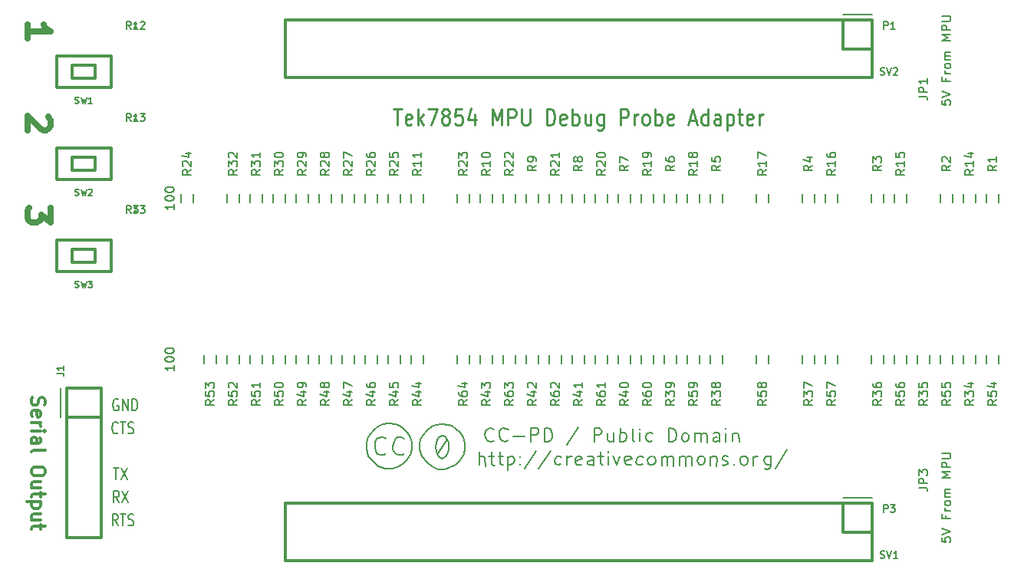
<source format=gto>
G04 #@! TF.FileFunction,Legend,Top*
%FSLAX46Y46*%
G04 Gerber Fmt 4.6, Leading zero omitted, Abs format (unit mm)*
G04 Created by KiCad (PCBNEW 4.0.1-stable) date 1/13/2016 10:20:37 PM*
%MOMM*%
G01*
G04 APERTURE LIST*
%ADD10C,0.100000*%
%ADD11C,0.254000*%
%ADD12C,0.635000*%
%ADD13C,0.158750*%
%ADD14C,0.300000*%
%ADD15C,0.350000*%
%ADD16C,0.150000*%
G04 APERTURE END LIST*
D10*
D11*
X130737428Y-75226333D02*
X131608285Y-75226333D01*
X131172856Y-77004333D02*
X131172856Y-75226333D01*
X132696857Y-76919667D02*
X132551714Y-77004333D01*
X132261428Y-77004333D01*
X132116285Y-76919667D01*
X132043714Y-76750333D01*
X132043714Y-76073000D01*
X132116285Y-75903667D01*
X132261428Y-75819000D01*
X132551714Y-75819000D01*
X132696857Y-75903667D01*
X132769428Y-76073000D01*
X132769428Y-76242333D01*
X132043714Y-76411667D01*
X133422571Y-77004333D02*
X133422571Y-75226333D01*
X133567714Y-76327000D02*
X134003143Y-77004333D01*
X134003143Y-75819000D02*
X133422571Y-76496333D01*
X134511142Y-75226333D02*
X135527142Y-75226333D01*
X134873999Y-77004333D01*
X136325428Y-75988333D02*
X136180286Y-75903667D01*
X136107714Y-75819000D01*
X136035143Y-75649667D01*
X136035143Y-75565000D01*
X136107714Y-75395667D01*
X136180286Y-75311000D01*
X136325428Y-75226333D01*
X136615714Y-75226333D01*
X136760857Y-75311000D01*
X136833428Y-75395667D01*
X136906000Y-75565000D01*
X136906000Y-75649667D01*
X136833428Y-75819000D01*
X136760857Y-75903667D01*
X136615714Y-75988333D01*
X136325428Y-75988333D01*
X136180286Y-76073000D01*
X136107714Y-76157667D01*
X136035143Y-76327000D01*
X136035143Y-76665667D01*
X136107714Y-76835000D01*
X136180286Y-76919667D01*
X136325428Y-77004333D01*
X136615714Y-77004333D01*
X136760857Y-76919667D01*
X136833428Y-76835000D01*
X136906000Y-76665667D01*
X136906000Y-76327000D01*
X136833428Y-76157667D01*
X136760857Y-76073000D01*
X136615714Y-75988333D01*
X138284857Y-75226333D02*
X137559143Y-75226333D01*
X137486572Y-76073000D01*
X137559143Y-75988333D01*
X137704286Y-75903667D01*
X138067143Y-75903667D01*
X138212286Y-75988333D01*
X138284857Y-76073000D01*
X138357429Y-76242333D01*
X138357429Y-76665667D01*
X138284857Y-76835000D01*
X138212286Y-76919667D01*
X138067143Y-77004333D01*
X137704286Y-77004333D01*
X137559143Y-76919667D01*
X137486572Y-76835000D01*
X139663715Y-75819000D02*
X139663715Y-77004333D01*
X139300858Y-75141667D02*
X138938001Y-76411667D01*
X139881429Y-76411667D01*
X141623144Y-77004333D02*
X141623144Y-75226333D01*
X142131144Y-76496333D01*
X142639144Y-75226333D01*
X142639144Y-77004333D01*
X143364858Y-77004333D02*
X143364858Y-75226333D01*
X143945430Y-75226333D01*
X144090572Y-75311000D01*
X144163144Y-75395667D01*
X144235715Y-75565000D01*
X144235715Y-75819000D01*
X144163144Y-75988333D01*
X144090572Y-76073000D01*
X143945430Y-76157667D01*
X143364858Y-76157667D01*
X144888858Y-75226333D02*
X144888858Y-76665667D01*
X144961430Y-76835000D01*
X145034001Y-76919667D01*
X145179144Y-77004333D01*
X145469430Y-77004333D01*
X145614572Y-76919667D01*
X145687144Y-76835000D01*
X145759715Y-76665667D01*
X145759715Y-75226333D01*
X147646572Y-77004333D02*
X147646572Y-75226333D01*
X148009429Y-75226333D01*
X148227144Y-75311000D01*
X148372286Y-75480333D01*
X148444858Y-75649667D01*
X148517429Y-75988333D01*
X148517429Y-76242333D01*
X148444858Y-76581000D01*
X148372286Y-76750333D01*
X148227144Y-76919667D01*
X148009429Y-77004333D01*
X147646572Y-77004333D01*
X149751144Y-76919667D02*
X149606001Y-77004333D01*
X149315715Y-77004333D01*
X149170572Y-76919667D01*
X149098001Y-76750333D01*
X149098001Y-76073000D01*
X149170572Y-75903667D01*
X149315715Y-75819000D01*
X149606001Y-75819000D01*
X149751144Y-75903667D01*
X149823715Y-76073000D01*
X149823715Y-76242333D01*
X149098001Y-76411667D01*
X150476858Y-77004333D02*
X150476858Y-75226333D01*
X150476858Y-75903667D02*
X150622001Y-75819000D01*
X150912287Y-75819000D01*
X151057430Y-75903667D01*
X151130001Y-75988333D01*
X151202572Y-76157667D01*
X151202572Y-76665667D01*
X151130001Y-76835000D01*
X151057430Y-76919667D01*
X150912287Y-77004333D01*
X150622001Y-77004333D01*
X150476858Y-76919667D01*
X152508858Y-75819000D02*
X152508858Y-77004333D01*
X151855715Y-75819000D02*
X151855715Y-76750333D01*
X151928287Y-76919667D01*
X152073429Y-77004333D01*
X152291144Y-77004333D01*
X152436287Y-76919667D01*
X152508858Y-76835000D01*
X153887715Y-75819000D02*
X153887715Y-77258333D01*
X153815144Y-77427667D01*
X153742572Y-77512333D01*
X153597429Y-77597000D01*
X153379715Y-77597000D01*
X153234572Y-77512333D01*
X153887715Y-76919667D02*
X153742572Y-77004333D01*
X153452286Y-77004333D01*
X153307144Y-76919667D01*
X153234572Y-76835000D01*
X153162001Y-76665667D01*
X153162001Y-76157667D01*
X153234572Y-75988333D01*
X153307144Y-75903667D01*
X153452286Y-75819000D01*
X153742572Y-75819000D01*
X153887715Y-75903667D01*
X155774572Y-77004333D02*
X155774572Y-75226333D01*
X156355144Y-75226333D01*
X156500286Y-75311000D01*
X156572858Y-75395667D01*
X156645429Y-75565000D01*
X156645429Y-75819000D01*
X156572858Y-75988333D01*
X156500286Y-76073000D01*
X156355144Y-76157667D01*
X155774572Y-76157667D01*
X157298572Y-77004333D02*
X157298572Y-75819000D01*
X157298572Y-76157667D02*
X157371144Y-75988333D01*
X157443715Y-75903667D01*
X157588858Y-75819000D01*
X157734001Y-75819000D01*
X158459715Y-77004333D02*
X158314573Y-76919667D01*
X158242001Y-76835000D01*
X158169430Y-76665667D01*
X158169430Y-76157667D01*
X158242001Y-75988333D01*
X158314573Y-75903667D01*
X158459715Y-75819000D01*
X158677430Y-75819000D01*
X158822573Y-75903667D01*
X158895144Y-75988333D01*
X158967715Y-76157667D01*
X158967715Y-76665667D01*
X158895144Y-76835000D01*
X158822573Y-76919667D01*
X158677430Y-77004333D01*
X158459715Y-77004333D01*
X159620858Y-77004333D02*
X159620858Y-75226333D01*
X159620858Y-75903667D02*
X159766001Y-75819000D01*
X160056287Y-75819000D01*
X160201430Y-75903667D01*
X160274001Y-75988333D01*
X160346572Y-76157667D01*
X160346572Y-76665667D01*
X160274001Y-76835000D01*
X160201430Y-76919667D01*
X160056287Y-77004333D01*
X159766001Y-77004333D01*
X159620858Y-76919667D01*
X161580287Y-76919667D02*
X161435144Y-77004333D01*
X161144858Y-77004333D01*
X160999715Y-76919667D01*
X160927144Y-76750333D01*
X160927144Y-76073000D01*
X160999715Y-75903667D01*
X161144858Y-75819000D01*
X161435144Y-75819000D01*
X161580287Y-75903667D01*
X161652858Y-76073000D01*
X161652858Y-76242333D01*
X160927144Y-76411667D01*
X163394573Y-76496333D02*
X164120287Y-76496333D01*
X163249430Y-77004333D02*
X163757430Y-75226333D01*
X164265430Y-77004333D01*
X165426573Y-77004333D02*
X165426573Y-75226333D01*
X165426573Y-76919667D02*
X165281430Y-77004333D01*
X164991144Y-77004333D01*
X164846002Y-76919667D01*
X164773430Y-76835000D01*
X164700859Y-76665667D01*
X164700859Y-76157667D01*
X164773430Y-75988333D01*
X164846002Y-75903667D01*
X164991144Y-75819000D01*
X165281430Y-75819000D01*
X165426573Y-75903667D01*
X166805430Y-77004333D02*
X166805430Y-76073000D01*
X166732859Y-75903667D01*
X166587716Y-75819000D01*
X166297430Y-75819000D01*
X166152287Y-75903667D01*
X166805430Y-76919667D02*
X166660287Y-77004333D01*
X166297430Y-77004333D01*
X166152287Y-76919667D01*
X166079716Y-76750333D01*
X166079716Y-76581000D01*
X166152287Y-76411667D01*
X166297430Y-76327000D01*
X166660287Y-76327000D01*
X166805430Y-76242333D01*
X167531144Y-75819000D02*
X167531144Y-77597000D01*
X167531144Y-75903667D02*
X167676287Y-75819000D01*
X167966573Y-75819000D01*
X168111716Y-75903667D01*
X168184287Y-75988333D01*
X168256858Y-76157667D01*
X168256858Y-76665667D01*
X168184287Y-76835000D01*
X168111716Y-76919667D01*
X167966573Y-77004333D01*
X167676287Y-77004333D01*
X167531144Y-76919667D01*
X168692287Y-75819000D02*
X169272858Y-75819000D01*
X168910001Y-75226333D02*
X168910001Y-76750333D01*
X168982573Y-76919667D01*
X169127715Y-77004333D01*
X169272858Y-77004333D01*
X170361430Y-76919667D02*
X170216287Y-77004333D01*
X169926001Y-77004333D01*
X169780858Y-76919667D01*
X169708287Y-76750333D01*
X169708287Y-76073000D01*
X169780858Y-75903667D01*
X169926001Y-75819000D01*
X170216287Y-75819000D01*
X170361430Y-75903667D01*
X170434001Y-76073000D01*
X170434001Y-76242333D01*
X169708287Y-76411667D01*
X171087144Y-77004333D02*
X171087144Y-75819000D01*
X171087144Y-76157667D02*
X171159716Y-75988333D01*
X171232287Y-75903667D01*
X171377430Y-75819000D01*
X171522573Y-75819000D01*
D12*
X92830952Y-86148333D02*
X92830952Y-87720714D01*
X91863333Y-86874047D01*
X91863333Y-87236905D01*
X91742381Y-87478809D01*
X91621429Y-87599762D01*
X91379524Y-87720714D01*
X90774762Y-87720714D01*
X90532857Y-87599762D01*
X90411905Y-87478809D01*
X90290952Y-87236905D01*
X90290952Y-86511190D01*
X90411905Y-86269286D01*
X90532857Y-86148333D01*
X92589048Y-76109286D02*
X92710000Y-76230238D01*
X92830952Y-76472143D01*
X92830952Y-77076905D01*
X92710000Y-77318809D01*
X92589048Y-77439762D01*
X92347143Y-77560714D01*
X92105238Y-77560714D01*
X91742381Y-77439762D01*
X90290952Y-75988333D01*
X90290952Y-77560714D01*
X90290952Y-67400714D02*
X90290952Y-65949286D01*
X90290952Y-66675000D02*
X92830952Y-66675000D01*
X92468095Y-66433095D01*
X92226190Y-66191190D01*
X92105238Y-65949286D01*
D13*
X100317905Y-107315000D02*
X100221143Y-107254524D01*
X100076000Y-107254524D01*
X99930858Y-107315000D01*
X99834096Y-107435952D01*
X99785715Y-107556905D01*
X99737334Y-107798810D01*
X99737334Y-107980238D01*
X99785715Y-108222143D01*
X99834096Y-108343095D01*
X99930858Y-108464048D01*
X100076000Y-108524524D01*
X100172762Y-108524524D01*
X100317905Y-108464048D01*
X100366286Y-108403571D01*
X100366286Y-107980238D01*
X100172762Y-107980238D01*
X100801715Y-108524524D02*
X100801715Y-107254524D01*
X101382286Y-108524524D01*
X101382286Y-107254524D01*
X101866096Y-108524524D02*
X101866096Y-107254524D01*
X102108001Y-107254524D01*
X102253143Y-107315000D01*
X102349905Y-107435952D01*
X102398286Y-107556905D01*
X102446667Y-107798810D01*
X102446667Y-107980238D01*
X102398286Y-108222143D01*
X102349905Y-108343095D01*
X102253143Y-108464048D01*
X102108001Y-108524524D01*
X101866096Y-108524524D01*
X100281619Y-121224524D02*
X99942953Y-120619762D01*
X99701048Y-121224524D02*
X99701048Y-119954524D01*
X100088095Y-119954524D01*
X100184857Y-120015000D01*
X100233238Y-120075476D01*
X100281619Y-120196429D01*
X100281619Y-120377857D01*
X100233238Y-120498810D01*
X100184857Y-120559286D01*
X100088095Y-120619762D01*
X99701048Y-120619762D01*
X100571905Y-119954524D02*
X101152476Y-119954524D01*
X100862191Y-121224524D02*
X100862191Y-119954524D01*
X101442762Y-121164048D02*
X101587905Y-121224524D01*
X101829809Y-121224524D01*
X101926571Y-121164048D01*
X101974952Y-121103571D01*
X102023333Y-120982619D01*
X102023333Y-120861667D01*
X101974952Y-120740714D01*
X101926571Y-120680238D01*
X101829809Y-120619762D01*
X101636286Y-120559286D01*
X101539524Y-120498810D01*
X101491143Y-120438333D01*
X101442762Y-120317381D01*
X101442762Y-120196429D01*
X101491143Y-120075476D01*
X101539524Y-120015000D01*
X101636286Y-119954524D01*
X101878190Y-119954524D01*
X102023333Y-120015000D01*
X100281619Y-110943571D02*
X100233238Y-111004048D01*
X100088095Y-111064524D01*
X99991333Y-111064524D01*
X99846191Y-111004048D01*
X99749429Y-110883095D01*
X99701048Y-110762143D01*
X99652667Y-110520238D01*
X99652667Y-110338810D01*
X99701048Y-110096905D01*
X99749429Y-109975952D01*
X99846191Y-109855000D01*
X99991333Y-109794524D01*
X100088095Y-109794524D01*
X100233238Y-109855000D01*
X100281619Y-109915476D01*
X100571905Y-109794524D02*
X101152476Y-109794524D01*
X100862191Y-111064524D02*
X100862191Y-109794524D01*
X101442762Y-111004048D02*
X101587905Y-111064524D01*
X101829809Y-111064524D01*
X101926571Y-111004048D01*
X101974952Y-110943571D01*
X102023333Y-110822619D01*
X102023333Y-110701667D01*
X101974952Y-110580714D01*
X101926571Y-110520238D01*
X101829809Y-110459762D01*
X101636286Y-110399286D01*
X101539524Y-110338810D01*
X101491143Y-110278333D01*
X101442762Y-110157381D01*
X101442762Y-110036429D01*
X101491143Y-109915476D01*
X101539524Y-109855000D01*
X101636286Y-109794524D01*
X101878190Y-109794524D01*
X102023333Y-109855000D01*
X99809905Y-114874524D02*
X100390476Y-114874524D01*
X100100191Y-116144524D02*
X100100191Y-114874524D01*
X100632381Y-114874524D02*
X101309714Y-116144524D01*
X101309714Y-114874524D02*
X100632381Y-116144524D01*
X100414667Y-118684524D02*
X100076001Y-118079762D01*
X99834096Y-118684524D02*
X99834096Y-117414524D01*
X100221143Y-117414524D01*
X100317905Y-117475000D01*
X100366286Y-117535476D01*
X100414667Y-117656429D01*
X100414667Y-117837857D01*
X100366286Y-117958810D01*
X100317905Y-118019286D01*
X100221143Y-118079762D01*
X99834096Y-118079762D01*
X100753334Y-117414524D02*
X101430667Y-118684524D01*
X101430667Y-117414524D02*
X100753334Y-118684524D01*
D14*
X90832857Y-107085714D02*
X90761429Y-107300000D01*
X90761429Y-107657143D01*
X90832857Y-107800000D01*
X90904286Y-107871429D01*
X91047143Y-107942857D01*
X91190000Y-107942857D01*
X91332857Y-107871429D01*
X91404286Y-107800000D01*
X91475714Y-107657143D01*
X91547143Y-107371429D01*
X91618571Y-107228571D01*
X91690000Y-107157143D01*
X91832857Y-107085714D01*
X91975714Y-107085714D01*
X92118571Y-107157143D01*
X92190000Y-107228571D01*
X92261429Y-107371429D01*
X92261429Y-107728571D01*
X92190000Y-107942857D01*
X90832857Y-109157142D02*
X90761429Y-109014285D01*
X90761429Y-108728571D01*
X90832857Y-108585714D01*
X90975714Y-108514285D01*
X91547143Y-108514285D01*
X91690000Y-108585714D01*
X91761429Y-108728571D01*
X91761429Y-109014285D01*
X91690000Y-109157142D01*
X91547143Y-109228571D01*
X91404286Y-109228571D01*
X91261429Y-108514285D01*
X90761429Y-109871428D02*
X91761429Y-109871428D01*
X91475714Y-109871428D02*
X91618571Y-109942856D01*
X91690000Y-110014285D01*
X91761429Y-110157142D01*
X91761429Y-110299999D01*
X90761429Y-110799999D02*
X91761429Y-110799999D01*
X92261429Y-110799999D02*
X92190000Y-110728570D01*
X92118571Y-110799999D01*
X92190000Y-110871427D01*
X92261429Y-110799999D01*
X92118571Y-110799999D01*
X90761429Y-112157142D02*
X91547143Y-112157142D01*
X91690000Y-112085713D01*
X91761429Y-111942856D01*
X91761429Y-111657142D01*
X91690000Y-111514285D01*
X90832857Y-112157142D02*
X90761429Y-112014285D01*
X90761429Y-111657142D01*
X90832857Y-111514285D01*
X90975714Y-111442856D01*
X91118571Y-111442856D01*
X91261429Y-111514285D01*
X91332857Y-111657142D01*
X91332857Y-112014285D01*
X91404286Y-112157142D01*
X90761429Y-113085714D02*
X90832857Y-112942856D01*
X90975714Y-112871428D01*
X92261429Y-112871428D01*
X92261429Y-115085713D02*
X92261429Y-115371427D01*
X92190000Y-115514285D01*
X92047143Y-115657142D01*
X91761429Y-115728570D01*
X91261429Y-115728570D01*
X90975714Y-115657142D01*
X90832857Y-115514285D01*
X90761429Y-115371427D01*
X90761429Y-115085713D01*
X90832857Y-114942856D01*
X90975714Y-114799999D01*
X91261429Y-114728570D01*
X91761429Y-114728570D01*
X92047143Y-114799999D01*
X92190000Y-114942856D01*
X92261429Y-115085713D01*
X91761429Y-117014285D02*
X90761429Y-117014285D01*
X91761429Y-116371428D02*
X90975714Y-116371428D01*
X90832857Y-116442856D01*
X90761429Y-116585714D01*
X90761429Y-116799999D01*
X90832857Y-116942856D01*
X90904286Y-117014285D01*
X91761429Y-117514285D02*
X91761429Y-118085714D01*
X92261429Y-117728571D02*
X90975714Y-117728571D01*
X90832857Y-117799999D01*
X90761429Y-117942857D01*
X90761429Y-118085714D01*
X91761429Y-118585714D02*
X90261429Y-118585714D01*
X91690000Y-118585714D02*
X91761429Y-118728571D01*
X91761429Y-119014285D01*
X91690000Y-119157142D01*
X91618571Y-119228571D01*
X91475714Y-119300000D01*
X91047143Y-119300000D01*
X90904286Y-119228571D01*
X90832857Y-119157142D01*
X90761429Y-119014285D01*
X90761429Y-118728571D01*
X90832857Y-118585714D01*
X91761429Y-120585714D02*
X90761429Y-120585714D01*
X91761429Y-119942857D02*
X90975714Y-119942857D01*
X90832857Y-120014285D01*
X90761429Y-120157143D01*
X90761429Y-120371428D01*
X90832857Y-120514285D01*
X90904286Y-120585714D01*
X91761429Y-121085714D02*
X91761429Y-121657143D01*
X92261429Y-121300000D02*
X90975714Y-121300000D01*
X90832857Y-121371428D01*
X90761429Y-121514286D01*
X90761429Y-121657143D01*
D15*
X121285000Y-65405000D02*
X118745000Y-65405000D01*
X121285000Y-71755000D02*
X118745000Y-71755000D01*
X183515000Y-71755000D02*
X121285000Y-71755000D01*
X118745000Y-71755000D02*
X118745000Y-65405000D01*
X121285000Y-65405000D02*
X183515000Y-65405000D01*
X183515000Y-65405000D02*
X183515000Y-71755000D01*
X183515000Y-68580000D02*
X180340000Y-68580000D01*
X180340000Y-68580000D02*
X180340000Y-65405000D01*
D16*
X183515000Y-64770000D02*
X180340000Y-64770000D01*
D15*
X121285000Y-118745000D02*
X118745000Y-118745000D01*
X121285000Y-125095000D02*
X118745000Y-125095000D01*
X183515000Y-125095000D02*
X121285000Y-125095000D01*
X118745000Y-125095000D02*
X118745000Y-118745000D01*
X121285000Y-118745000D02*
X183515000Y-118745000D01*
X183515000Y-118745000D02*
X183515000Y-125095000D01*
X183515000Y-121920000D02*
X180340000Y-121920000D01*
X180340000Y-121920000D02*
X180340000Y-118745000D01*
D16*
X183515000Y-118110000D02*
X180340000Y-118110000D01*
D15*
X98425000Y-106045000D02*
X98425000Y-122555000D01*
X98425000Y-122555000D02*
X94615000Y-122555000D01*
X94615000Y-122555000D02*
X94615000Y-106045000D01*
X94615000Y-106045000D02*
X98425000Y-106045000D01*
X98425000Y-109220000D02*
X94615000Y-109220000D01*
D16*
X93980000Y-106045000D02*
X93980000Y-109220000D01*
X196175000Y-85590000D02*
X196175000Y-84590000D01*
X197525000Y-84590000D02*
X197525000Y-85590000D01*
X191095000Y-85590000D02*
X191095000Y-84590000D01*
X192445000Y-84590000D02*
X192445000Y-85590000D01*
X183475000Y-85590000D02*
X183475000Y-84590000D01*
X184825000Y-84590000D02*
X184825000Y-85590000D01*
X175855000Y-85590000D02*
X175855000Y-84590000D01*
X177205000Y-84590000D02*
X177205000Y-85590000D01*
X165695000Y-85590000D02*
X165695000Y-84590000D01*
X167045000Y-84590000D02*
X167045000Y-85590000D01*
X160615000Y-85590000D02*
X160615000Y-84590000D01*
X161965000Y-84590000D02*
X161965000Y-85590000D01*
X155535000Y-85590000D02*
X155535000Y-84590000D01*
X156885000Y-84590000D02*
X156885000Y-85590000D01*
X150455000Y-85590000D02*
X150455000Y-84590000D01*
X151805000Y-84590000D02*
X151805000Y-85590000D01*
X145375000Y-85590000D02*
X145375000Y-84590000D01*
X146725000Y-84590000D02*
X146725000Y-85590000D01*
X140295000Y-85590000D02*
X140295000Y-84590000D01*
X141645000Y-84590000D02*
X141645000Y-85590000D01*
X132675000Y-85590000D02*
X132675000Y-84590000D01*
X134025000Y-84590000D02*
X134025000Y-85590000D01*
D15*
X102306000Y-65794000D02*
X102164000Y-65794000D01*
X102164000Y-65794000D02*
X102306000Y-65794000D01*
X102306000Y-66286000D02*
X102164000Y-66286000D01*
X102164000Y-66286000D02*
X102306000Y-66286000D01*
X102306000Y-75954000D02*
X102164000Y-75954000D01*
X102164000Y-75954000D02*
X102306000Y-75954000D01*
X102306000Y-76446000D02*
X102164000Y-76446000D01*
X102164000Y-76446000D02*
X102306000Y-76446000D01*
D16*
X194985000Y-84590000D02*
X194985000Y-85590000D01*
X193635000Y-85590000D02*
X193635000Y-84590000D01*
X187365000Y-84590000D02*
X187365000Y-85590000D01*
X186015000Y-85590000D02*
X186015000Y-84590000D01*
X179745000Y-84590000D02*
X179745000Y-85590000D01*
X178395000Y-85590000D02*
X178395000Y-84590000D01*
X172125000Y-84590000D02*
X172125000Y-85590000D01*
X170775000Y-85590000D02*
X170775000Y-84590000D01*
X164505000Y-84590000D02*
X164505000Y-85590000D01*
X163155000Y-85590000D02*
X163155000Y-84590000D01*
X159425000Y-84590000D02*
X159425000Y-85590000D01*
X158075000Y-85590000D02*
X158075000Y-84590000D01*
X154345000Y-84590000D02*
X154345000Y-85590000D01*
X152995000Y-85590000D02*
X152995000Y-84590000D01*
X149265000Y-84590000D02*
X149265000Y-85590000D01*
X147915000Y-85590000D02*
X147915000Y-84590000D01*
X144185000Y-84590000D02*
X144185000Y-85590000D01*
X142835000Y-85590000D02*
X142835000Y-84590000D01*
X139105000Y-84590000D02*
X139105000Y-85590000D01*
X137755000Y-85590000D02*
X137755000Y-84590000D01*
X108625000Y-84590000D02*
X108625000Y-85590000D01*
X107275000Y-85590000D02*
X107275000Y-84590000D01*
X131485000Y-84590000D02*
X131485000Y-85590000D01*
X130135000Y-85590000D02*
X130135000Y-84590000D01*
X128945000Y-84590000D02*
X128945000Y-85590000D01*
X127595000Y-85590000D02*
X127595000Y-84590000D01*
X126405000Y-84590000D02*
X126405000Y-85590000D01*
X125055000Y-85590000D02*
X125055000Y-84590000D01*
X123865000Y-84590000D02*
X123865000Y-85590000D01*
X122515000Y-85590000D02*
X122515000Y-84590000D01*
X121325000Y-84590000D02*
X121325000Y-85590000D01*
X119975000Y-85590000D02*
X119975000Y-84590000D01*
X118785000Y-84590000D02*
X118785000Y-85590000D01*
X117435000Y-85590000D02*
X117435000Y-84590000D01*
X116245000Y-84590000D02*
X116245000Y-85590000D01*
X114895000Y-85590000D02*
X114895000Y-84590000D01*
X113705000Y-84590000D02*
X113705000Y-85590000D01*
X112355000Y-85590000D02*
X112355000Y-84590000D01*
D15*
X102306000Y-86114000D02*
X102164000Y-86114000D01*
X102164000Y-86114000D02*
X102306000Y-86114000D01*
X102306000Y-86606000D02*
X102164000Y-86606000D01*
X102164000Y-86606000D02*
X102306000Y-86606000D01*
D16*
X194985000Y-102370000D02*
X194985000Y-103370000D01*
X193635000Y-103370000D02*
X193635000Y-102370000D01*
X189905000Y-102370000D02*
X189905000Y-103370000D01*
X188555000Y-103370000D02*
X188555000Y-102370000D01*
X184825000Y-102370000D02*
X184825000Y-103370000D01*
X183475000Y-103370000D02*
X183475000Y-102370000D01*
X177205000Y-102370000D02*
X177205000Y-103370000D01*
X175855000Y-103370000D02*
X175855000Y-102370000D01*
X167045000Y-102370000D02*
X167045000Y-103370000D01*
X165695000Y-103370000D02*
X165695000Y-102370000D01*
X161965000Y-102370000D02*
X161965000Y-103370000D01*
X160615000Y-103370000D02*
X160615000Y-102370000D01*
X156885000Y-102370000D02*
X156885000Y-103370000D01*
X155535000Y-103370000D02*
X155535000Y-102370000D01*
X151805000Y-102370000D02*
X151805000Y-103370000D01*
X150455000Y-103370000D02*
X150455000Y-102370000D01*
X146725000Y-102370000D02*
X146725000Y-103370000D01*
X145375000Y-103370000D02*
X145375000Y-102370000D01*
X141645000Y-102370000D02*
X141645000Y-103370000D01*
X140295000Y-103370000D02*
X140295000Y-102370000D01*
X134025000Y-102370000D02*
X134025000Y-103370000D01*
X132675000Y-103370000D02*
X132675000Y-102370000D01*
X131485000Y-102370000D02*
X131485000Y-103370000D01*
X130135000Y-103370000D02*
X130135000Y-102370000D01*
X128945000Y-102370000D02*
X128945000Y-103370000D01*
X127595000Y-103370000D02*
X127595000Y-102370000D01*
X126405000Y-102370000D02*
X126405000Y-103370000D01*
X125055000Y-103370000D02*
X125055000Y-102370000D01*
X123865000Y-102370000D02*
X123865000Y-103370000D01*
X122515000Y-103370000D02*
X122515000Y-102370000D01*
X121325000Y-102370000D02*
X121325000Y-103370000D01*
X119975000Y-103370000D02*
X119975000Y-102370000D01*
X118785000Y-102370000D02*
X118785000Y-103370000D01*
X117435000Y-103370000D02*
X117435000Y-102370000D01*
X116245000Y-102370000D02*
X116245000Y-103370000D01*
X114895000Y-103370000D02*
X114895000Y-102370000D01*
X113705000Y-102370000D02*
X113705000Y-103370000D01*
X112355000Y-103370000D02*
X112355000Y-102370000D01*
X111165000Y-102370000D02*
X111165000Y-103370000D01*
X109815000Y-103370000D02*
X109815000Y-102370000D01*
X196175000Y-103370000D02*
X196175000Y-102370000D01*
X197525000Y-102370000D02*
X197525000Y-103370000D01*
X191095000Y-103370000D02*
X191095000Y-102370000D01*
X192445000Y-102370000D02*
X192445000Y-103370000D01*
X186015000Y-103370000D02*
X186015000Y-102370000D01*
X187365000Y-102370000D02*
X187365000Y-103370000D01*
X178395000Y-103370000D02*
X178395000Y-102370000D01*
X179745000Y-102370000D02*
X179745000Y-103370000D01*
X170775000Y-103370000D02*
X170775000Y-102370000D01*
X172125000Y-102370000D02*
X172125000Y-103370000D01*
X163155000Y-103370000D02*
X163155000Y-102370000D01*
X164505000Y-102370000D02*
X164505000Y-103370000D01*
X158075000Y-103370000D02*
X158075000Y-102370000D01*
X159425000Y-102370000D02*
X159425000Y-103370000D01*
X152995000Y-103370000D02*
X152995000Y-102370000D01*
X154345000Y-102370000D02*
X154345000Y-103370000D01*
X147915000Y-103370000D02*
X147915000Y-102370000D01*
X149265000Y-102370000D02*
X149265000Y-103370000D01*
X142835000Y-103370000D02*
X142835000Y-102370000D01*
X144185000Y-102370000D02*
X144185000Y-103370000D01*
X139105000Y-102370000D02*
X139105000Y-103370000D01*
X137755000Y-103370000D02*
X137755000Y-102370000D01*
D15*
X97770000Y-70370000D02*
X97770000Y-71870000D01*
X95270000Y-70370000D02*
X97770000Y-70370000D01*
X95270000Y-71870000D02*
X95270000Y-70370000D01*
X97770000Y-71870000D02*
X95270000Y-71870000D01*
X99520000Y-69370000D02*
X99520000Y-72870000D01*
X93520000Y-69370000D02*
X99520000Y-69370000D01*
X93520000Y-72870000D02*
X93520000Y-69370000D01*
X99520000Y-72870000D02*
X93520000Y-72870000D01*
X97770000Y-80530000D02*
X97770000Y-82030000D01*
X95270000Y-80530000D02*
X97770000Y-80530000D01*
X95270000Y-82030000D02*
X95270000Y-80530000D01*
X97770000Y-82030000D02*
X95270000Y-82030000D01*
X99520000Y-79530000D02*
X99520000Y-83030000D01*
X93520000Y-79530000D02*
X99520000Y-79530000D01*
X93520000Y-83030000D02*
X93520000Y-79530000D01*
X99520000Y-83030000D02*
X93520000Y-83030000D01*
X97770000Y-90690000D02*
X97770000Y-92190000D01*
X95270000Y-90690000D02*
X97770000Y-90690000D01*
X95270000Y-92190000D02*
X95270000Y-90690000D01*
X97770000Y-92190000D02*
X95270000Y-92190000D01*
X99520000Y-89690000D02*
X99520000Y-93190000D01*
X93520000Y-89690000D02*
X99520000Y-89690000D01*
X93520000Y-93190000D02*
X93520000Y-89690000D01*
X99520000Y-93190000D02*
X93520000Y-93190000D01*
D16*
X136660000Y-111695000D02*
X135610000Y-113245000D01*
X172860000Y-114895000D02*
X174160000Y-112845000D01*
X172260000Y-113595000D02*
X171910000Y-113545000D01*
X171910000Y-113545000D02*
X171660000Y-113695000D01*
X171660000Y-113695000D02*
X171610000Y-114095000D01*
X171610000Y-114095000D02*
X171810000Y-114395000D01*
X171810000Y-114395000D02*
X172010000Y-114495000D01*
X172010000Y-114495000D02*
X172260000Y-114495000D01*
X171660000Y-114945000D02*
X171910000Y-115045000D01*
X171910000Y-115045000D02*
X172210000Y-114945000D01*
X172210000Y-114945000D02*
X172360000Y-114645000D01*
X172360000Y-114645000D02*
X172360000Y-113495000D01*
X170910000Y-113545000D02*
X170760000Y-113545000D01*
X170760000Y-113545000D02*
X170510000Y-113695000D01*
X170410000Y-113545000D02*
X170410000Y-114595000D01*
X169560000Y-113545000D02*
X169260000Y-113545000D01*
X169260000Y-113545000D02*
X169010000Y-113745000D01*
X169010000Y-113745000D02*
X169010000Y-114095000D01*
X169010000Y-114095000D02*
X169110000Y-114395000D01*
X169110000Y-114395000D02*
X169410000Y-114595000D01*
X169410000Y-114595000D02*
X169710000Y-114445000D01*
X169710000Y-114445000D02*
X169810000Y-114095000D01*
X169810000Y-114095000D02*
X169810000Y-113845000D01*
X169810000Y-113845000D02*
X169610000Y-113595000D01*
X168310000Y-114395000D02*
X168310000Y-114545000D01*
X167610000Y-113595000D02*
X167310000Y-113495000D01*
X167310000Y-113495000D02*
X167060000Y-113645000D01*
X167060000Y-113645000D02*
X167060000Y-113895000D01*
X167060000Y-113895000D02*
X167360000Y-114045000D01*
X167360000Y-114045000D02*
X167610000Y-114145000D01*
X167610000Y-114145000D02*
X167660000Y-114395000D01*
X167660000Y-114395000D02*
X167410000Y-114545000D01*
X167410000Y-114545000D02*
X167160000Y-114595000D01*
X167160000Y-114595000D02*
X167060000Y-114495000D01*
X166360000Y-114645000D02*
X166410000Y-113795000D01*
X166410000Y-113795000D02*
X166260000Y-113595000D01*
X166260000Y-113595000D02*
X166060000Y-113595000D01*
X166060000Y-113595000D02*
X165760000Y-113695000D01*
X165710000Y-114595000D02*
X165710000Y-113545000D01*
X165010000Y-113645000D02*
X164860000Y-113545000D01*
X164860000Y-113545000D02*
X164610000Y-113545000D01*
X164610000Y-113545000D02*
X164410000Y-113595000D01*
X164410000Y-113595000D02*
X164310000Y-113795000D01*
X164310000Y-113795000D02*
X164260000Y-114095000D01*
X164260000Y-114095000D02*
X164310000Y-114295000D01*
X164310000Y-114295000D02*
X164460000Y-114495000D01*
X164460000Y-114495000D02*
X164710000Y-114545000D01*
X164710000Y-114545000D02*
X164960000Y-114445000D01*
X164960000Y-114445000D02*
X165060000Y-114195000D01*
X165060000Y-114195000D02*
X165110000Y-113995000D01*
X165110000Y-113995000D02*
X165060000Y-113745000D01*
X163660000Y-114595000D02*
X163610000Y-113695000D01*
X163610000Y-113695000D02*
X163460000Y-113545000D01*
X163460000Y-113545000D02*
X163210000Y-113595000D01*
X163210000Y-113595000D02*
X163060000Y-113695000D01*
X163010000Y-114645000D02*
X163010000Y-113695000D01*
X163010000Y-113695000D02*
X162810000Y-113545000D01*
X162810000Y-113545000D02*
X162560000Y-113595000D01*
X162560000Y-113595000D02*
X162410000Y-113645000D01*
X162310000Y-114595000D02*
X162310000Y-113595000D01*
X161610000Y-114645000D02*
X161610000Y-113745000D01*
X161610000Y-113745000D02*
X161460000Y-113595000D01*
X161460000Y-113595000D02*
X161260000Y-113545000D01*
X161260000Y-113545000D02*
X160960000Y-113645000D01*
X160910000Y-114595000D02*
X160910000Y-113745000D01*
X160910000Y-113745000D02*
X160760000Y-113595000D01*
X160760000Y-113595000D02*
X160360000Y-113645000D01*
X160310000Y-114595000D02*
X160310000Y-113545000D01*
X159260000Y-113595000D02*
X159060000Y-113595000D01*
X159060000Y-113595000D02*
X158760000Y-113945000D01*
X158760000Y-113945000D02*
X158860000Y-114445000D01*
X158860000Y-114445000D02*
X159110000Y-114545000D01*
X159110000Y-114545000D02*
X159360000Y-114495000D01*
X159360000Y-114495000D02*
X159560000Y-114345000D01*
X159560000Y-114345000D02*
X159660000Y-114045000D01*
X159660000Y-114045000D02*
X159610000Y-113745000D01*
X159610000Y-113745000D02*
X159410000Y-113595000D01*
X158310000Y-113645000D02*
X158060000Y-113545000D01*
X158060000Y-113545000D02*
X157810000Y-113545000D01*
X157810000Y-113545000D02*
X157610000Y-113745000D01*
X157610000Y-113745000D02*
X157510000Y-114145000D01*
X157510000Y-114145000D02*
X157560000Y-114395000D01*
X157560000Y-114395000D02*
X157710000Y-114495000D01*
X157710000Y-114495000D02*
X158010000Y-114545000D01*
X158010000Y-114545000D02*
X158210000Y-114445000D01*
X156960000Y-114495000D02*
X156710000Y-114545000D01*
X156710000Y-114545000D02*
X156460000Y-114545000D01*
X156460000Y-114545000D02*
X156260000Y-114345000D01*
X156260000Y-114345000D02*
X156210000Y-113995000D01*
X156210000Y-113995000D02*
X156210000Y-113645000D01*
X156210000Y-113645000D02*
X156460000Y-113545000D01*
X156460000Y-113545000D02*
X156810000Y-113545000D01*
X156810000Y-113545000D02*
X157010000Y-113745000D01*
X157010000Y-113745000D02*
X157060000Y-113845000D01*
X157060000Y-113845000D02*
X156310000Y-114095000D01*
X154960000Y-113495000D02*
X155360000Y-114545000D01*
X155360000Y-114545000D02*
X155710000Y-113545000D01*
X154410000Y-113545000D02*
X154410000Y-114545000D01*
X154410000Y-112995000D02*
X154410000Y-113145000D01*
X153260000Y-113545000D02*
X153910000Y-113545000D01*
X153560000Y-113095000D02*
X153560000Y-114345000D01*
X153560000Y-114345000D02*
X153710000Y-114495000D01*
X153710000Y-114495000D02*
X153860000Y-114545000D01*
X152110000Y-113595000D02*
X152260000Y-113545000D01*
X152260000Y-113545000D02*
X152660000Y-113545000D01*
X152660000Y-113545000D02*
X152810000Y-113745000D01*
X152810000Y-113745000D02*
X152810000Y-114595000D01*
X152810000Y-114595000D02*
X152810000Y-114545000D01*
X152810000Y-114545000D02*
X152310000Y-114545000D01*
X152310000Y-114545000D02*
X152160000Y-114445000D01*
X152160000Y-114445000D02*
X152110000Y-114195000D01*
X152110000Y-114195000D02*
X152210000Y-114045000D01*
X152210000Y-114045000D02*
X152710000Y-113995000D01*
X151460000Y-114495000D02*
X151160000Y-114545000D01*
X151160000Y-114545000D02*
X150910000Y-114545000D01*
X150910000Y-114545000D02*
X150810000Y-114245000D01*
X150810000Y-114245000D02*
X150760000Y-113895000D01*
X150760000Y-113895000D02*
X150860000Y-113645000D01*
X150860000Y-113645000D02*
X151060000Y-113545000D01*
X151060000Y-113545000D02*
X151310000Y-113545000D01*
X151310000Y-113545000D02*
X151510000Y-113745000D01*
X151510000Y-113745000D02*
X151510000Y-113845000D01*
X151510000Y-113845000D02*
X150860000Y-114095000D01*
X150410000Y-113545000D02*
X150160000Y-113595000D01*
X150160000Y-113595000D02*
X149960000Y-113745000D01*
X149860000Y-114545000D02*
X149860000Y-113495000D01*
X149260000Y-113645000D02*
X149010000Y-113545000D01*
X149010000Y-113545000D02*
X148710000Y-113595000D01*
X148710000Y-113595000D02*
X148510000Y-113995000D01*
X148510000Y-113995000D02*
X148610000Y-114395000D01*
X148610000Y-114395000D02*
X148910000Y-114545000D01*
X148910000Y-114545000D02*
X149210000Y-114445000D01*
X146760000Y-114945000D02*
X148060000Y-112945000D01*
X145160000Y-114945000D02*
X146460000Y-112995000D01*
X144710000Y-114395000D02*
X144660000Y-114545000D01*
X144660000Y-113595000D02*
X144660000Y-113695000D01*
X143360000Y-114545000D02*
X143710000Y-114545000D01*
X143710000Y-114545000D02*
X143960000Y-114345000D01*
X143960000Y-114345000D02*
X144060000Y-114045000D01*
X144060000Y-114045000D02*
X144010000Y-113695000D01*
X144010000Y-113695000D02*
X143760000Y-113545000D01*
X143760000Y-113545000D02*
X143410000Y-113645000D01*
X143310000Y-115095000D02*
X143310000Y-113545000D01*
X142810000Y-113545000D02*
X142310000Y-113545000D01*
X142460000Y-113045000D02*
X142460000Y-114445000D01*
X142460000Y-114445000D02*
X142710000Y-114545000D01*
X142710000Y-114545000D02*
X142810000Y-114545000D01*
X141210000Y-113545000D02*
X141810000Y-113545000D01*
X141560000Y-113045000D02*
X141560000Y-114445000D01*
X141560000Y-114445000D02*
X141710000Y-114595000D01*
X141710000Y-114595000D02*
X141910000Y-114595000D01*
X140860000Y-114645000D02*
X140810000Y-113795000D01*
X140810000Y-113795000D02*
X140710000Y-113595000D01*
X140710000Y-113595000D02*
X140310000Y-113595000D01*
X140160000Y-113045000D02*
X140160000Y-114545000D01*
X168860000Y-111945000D02*
X168810000Y-111245000D01*
X168810000Y-111245000D02*
X168710000Y-111045000D01*
X168710000Y-111045000D02*
X168560000Y-110995000D01*
X168560000Y-110995000D02*
X168210000Y-111045000D01*
X168160000Y-110995000D02*
X168160000Y-111895000D01*
X167410000Y-110995000D02*
X167410000Y-111945000D01*
X167410000Y-110445000D02*
X167410000Y-110545000D01*
X166460000Y-111445000D02*
X166160000Y-111445000D01*
X166160000Y-111445000D02*
X166010000Y-111595000D01*
X166010000Y-111595000D02*
X166010000Y-111845000D01*
X166010000Y-111845000D02*
X166210000Y-111945000D01*
X166210000Y-111945000D02*
X166610000Y-111895000D01*
X166010000Y-111045000D02*
X166160000Y-110945000D01*
X166160000Y-110945000D02*
X166510000Y-110945000D01*
X166510000Y-110945000D02*
X166660000Y-111145000D01*
X166660000Y-111145000D02*
X166710000Y-111995000D01*
X165310000Y-112045000D02*
X165310000Y-111295000D01*
X165310000Y-111295000D02*
X165260000Y-111095000D01*
X165260000Y-111095000D02*
X165160000Y-110995000D01*
X165160000Y-110995000D02*
X164910000Y-110995000D01*
X164910000Y-110995000D02*
X164710000Y-111095000D01*
X164660000Y-111995000D02*
X164660000Y-111145000D01*
X164660000Y-111145000D02*
X164560000Y-111045000D01*
X164560000Y-111045000D02*
X164360000Y-110995000D01*
X164360000Y-110995000D02*
X164110000Y-111045000D01*
X164010000Y-111995000D02*
X164010000Y-110945000D01*
X162960000Y-110945000D02*
X162710000Y-111045000D01*
X162710000Y-111045000D02*
X162560000Y-111345000D01*
X162560000Y-111345000D02*
X162560000Y-111695000D01*
X162560000Y-111695000D02*
X162810000Y-111945000D01*
X162810000Y-111945000D02*
X163110000Y-111895000D01*
X163110000Y-111895000D02*
X163310000Y-111645000D01*
X163310000Y-111645000D02*
X163310000Y-111295000D01*
X163310000Y-111295000D02*
X163260000Y-111145000D01*
X163260000Y-111145000D02*
X163060000Y-110995000D01*
X161110000Y-110445000D02*
X161110000Y-111945000D01*
X161110000Y-111945000D02*
X161510000Y-111945000D01*
X161510000Y-111945000D02*
X161860000Y-111695000D01*
X161860000Y-111695000D02*
X161960000Y-111245000D01*
X161960000Y-111245000D02*
X161860000Y-110745000D01*
X161860000Y-110745000D02*
X161610000Y-110495000D01*
X161610000Y-110495000D02*
X161110000Y-110445000D01*
X159310000Y-111045000D02*
X159060000Y-110945000D01*
X159060000Y-110945000D02*
X158710000Y-110995000D01*
X158710000Y-110995000D02*
X158560000Y-111295000D01*
X158560000Y-111295000D02*
X158560000Y-111645000D01*
X158560000Y-111645000D02*
X158710000Y-111895000D01*
X158710000Y-111895000D02*
X159010000Y-111945000D01*
X159010000Y-111945000D02*
X159260000Y-111895000D01*
X157910000Y-110945000D02*
X157910000Y-111895000D01*
X157910000Y-110495000D02*
X157910000Y-110595000D01*
X157910000Y-110595000D02*
X157860000Y-110595000D01*
X157110000Y-110495000D02*
X157110000Y-111795000D01*
X157110000Y-111795000D02*
X157310000Y-111945000D01*
X155760000Y-110445000D02*
X155710000Y-111945000D01*
X155710000Y-111945000D02*
X156110000Y-111945000D01*
X156110000Y-111945000D02*
X156360000Y-111795000D01*
X156360000Y-111795000D02*
X156460000Y-111395000D01*
X156460000Y-111395000D02*
X156360000Y-111045000D01*
X156360000Y-111045000D02*
X156110000Y-110945000D01*
X156110000Y-110945000D02*
X155810000Y-110945000D01*
X155010000Y-110945000D02*
X155010000Y-111945000D01*
X154310000Y-110995000D02*
X154310000Y-111395000D01*
X154310000Y-111395000D02*
X154310000Y-111745000D01*
X154310000Y-111745000D02*
X154460000Y-111895000D01*
X154460000Y-111895000D02*
X154660000Y-111945000D01*
X154660000Y-111945000D02*
X155010000Y-111845000D01*
X152860000Y-111945000D02*
X152860000Y-110445000D01*
X152860000Y-110445000D02*
X153360000Y-110445000D01*
X153360000Y-110445000D02*
X153610000Y-110545000D01*
X153610000Y-110545000D02*
X153710000Y-110845000D01*
X153710000Y-110845000D02*
X153610000Y-111095000D01*
X153610000Y-111095000D02*
X153410000Y-111245000D01*
X153410000Y-111245000D02*
X152960000Y-111245000D01*
X149810000Y-112345000D02*
X151160000Y-110345000D01*
X147410000Y-110445000D02*
X147410000Y-111945000D01*
X147410000Y-111945000D02*
X147710000Y-111945000D01*
X147710000Y-111945000D02*
X148010000Y-111845000D01*
X148010000Y-111845000D02*
X148210000Y-111545000D01*
X148210000Y-111545000D02*
X148260000Y-111195000D01*
X148260000Y-111195000D02*
X148160000Y-110795000D01*
X148160000Y-110795000D02*
X148010000Y-110545000D01*
X148010000Y-110545000D02*
X147660000Y-110445000D01*
X147660000Y-110445000D02*
X147510000Y-110445000D01*
X145910000Y-111945000D02*
X145910000Y-110445000D01*
X145910000Y-110445000D02*
X146510000Y-110445000D01*
X146510000Y-110445000D02*
X146710000Y-110645000D01*
X146710000Y-110645000D02*
X146710000Y-110845000D01*
X146710000Y-110845000D02*
X146660000Y-111095000D01*
X146660000Y-111095000D02*
X146410000Y-111195000D01*
X146410000Y-111195000D02*
X145910000Y-111195000D01*
X143910000Y-111395000D02*
X145160000Y-111395000D01*
X143410000Y-110595000D02*
X143160000Y-110495000D01*
X143160000Y-110495000D02*
X142760000Y-110445000D01*
X142760000Y-110445000D02*
X142410000Y-110795000D01*
X142410000Y-110795000D02*
X142360000Y-111195000D01*
X142360000Y-111195000D02*
X142460000Y-111595000D01*
X142460000Y-111595000D02*
X142760000Y-111895000D01*
X142760000Y-111895000D02*
X143060000Y-111945000D01*
X143060000Y-111945000D02*
X143310000Y-111795000D01*
X141810000Y-110595000D02*
X141510000Y-110445000D01*
X141510000Y-110445000D02*
X141160000Y-110495000D01*
X141160000Y-110495000D02*
X140910000Y-110795000D01*
X140910000Y-110795000D02*
X140810000Y-111245000D01*
X140810000Y-111245000D02*
X140910000Y-111545000D01*
X140910000Y-111545000D02*
X141110000Y-111845000D01*
X141110000Y-111845000D02*
X141460000Y-111945000D01*
X141460000Y-111945000D02*
X141810000Y-111845000D01*
X131860200Y-111644900D02*
X131761140Y-111545840D01*
X131761140Y-111545840D02*
X131560480Y-111444240D01*
X131560480Y-111444240D02*
X131260760Y-111444240D01*
X131260760Y-111444240D02*
X130961040Y-111545840D01*
X130961040Y-111545840D02*
X130760380Y-111944620D01*
X130760380Y-111944620D02*
X130658780Y-112445000D01*
X130658780Y-112445000D02*
X130658780Y-112843780D01*
X130658780Y-112843780D02*
X130859440Y-113245100D01*
X130859440Y-113245100D02*
X131260760Y-113445760D01*
X131260760Y-113445760D02*
X131458880Y-113445760D01*
X131458880Y-113445760D02*
X131761140Y-113445760D01*
X131761140Y-113445760D02*
X131860200Y-113245100D01*
X129861220Y-111644900D02*
X129759620Y-111545840D01*
X129759620Y-111545840D02*
X129459900Y-111444240D01*
X129459900Y-111444240D02*
X129061120Y-111545840D01*
X129061120Y-111545840D02*
X128758860Y-111743960D01*
X128758860Y-111743960D02*
X128659800Y-112145280D01*
X128659800Y-112145280D02*
X128659800Y-112544060D01*
X128659800Y-112544060D02*
X128758860Y-113044440D01*
X128758860Y-113044440D02*
X128959520Y-113344160D01*
X128959520Y-113344160D02*
X129259240Y-113445760D01*
X129259240Y-113445760D02*
X129660560Y-113445760D01*
X129660560Y-113445760D02*
X129861220Y-113245100D01*
X130260000Y-109945640D02*
X130160940Y-109945640D01*
X130160940Y-109945640D02*
X129558960Y-110044700D01*
X129558960Y-110044700D02*
X129061120Y-110245360D01*
X129061120Y-110245360D02*
X128560740Y-110644140D01*
X128560740Y-110644140D02*
X128060360Y-111246120D01*
X128060360Y-111246120D02*
X127859700Y-111644900D01*
X127859700Y-111644900D02*
X127760640Y-112145280D01*
X127760640Y-112145280D02*
X127760640Y-112744720D01*
X127760640Y-112744720D02*
X127958760Y-113544820D01*
X127958760Y-113544820D02*
X128560740Y-114245860D01*
X128560740Y-114245860D02*
X129061120Y-114644640D01*
X129061120Y-114644640D02*
X129759620Y-114944360D01*
X129759620Y-114944360D02*
X130559720Y-114944360D01*
X130559720Y-114944360D02*
X131159160Y-114746240D01*
X131159160Y-114746240D02*
X131761140Y-114443980D01*
X131761140Y-114443980D02*
X132258980Y-113946140D01*
X132258980Y-113946140D02*
X132660300Y-113245100D01*
X132660300Y-113245100D02*
X132759360Y-112645660D01*
X132759360Y-112645660D02*
X132759360Y-112046220D01*
X132759360Y-112046220D02*
X132561240Y-111444240D01*
X132561240Y-111444240D02*
X132258980Y-110943860D01*
X132258980Y-110943860D02*
X131761140Y-110446020D01*
X131761140Y-110446020D02*
X131260760Y-110143760D01*
X131260760Y-110143760D02*
X130859440Y-110044700D01*
X130859440Y-110044700D02*
X130260000Y-109945640D01*
X136110000Y-111295000D02*
X136410000Y-111395000D01*
X136410000Y-111395000D02*
X136660000Y-111695000D01*
X136660000Y-111695000D02*
X136810000Y-112095000D01*
X136810000Y-112095000D02*
X136810000Y-112545000D01*
X136810000Y-112545000D02*
X136810000Y-112895000D01*
X136810000Y-112895000D02*
X136610000Y-113345000D01*
X136610000Y-113345000D02*
X136460000Y-113595000D01*
X136460000Y-113595000D02*
X136160000Y-113795000D01*
X136160000Y-113795000D02*
X135860000Y-113745000D01*
X135860000Y-113745000D02*
X135610000Y-113495000D01*
X135610000Y-113495000D02*
X135460000Y-113095000D01*
X135460000Y-113095000D02*
X135360000Y-112545000D01*
X135360000Y-112545000D02*
X135460000Y-112045000D01*
X135460000Y-112045000D02*
X135610000Y-111545000D01*
X135610000Y-111545000D02*
X135860000Y-111345000D01*
X135860000Y-111345000D02*
X136110000Y-111295000D01*
X136110000Y-109995640D02*
X136010940Y-109995640D01*
X136010940Y-109995640D02*
X135408960Y-110094700D01*
X135408960Y-110094700D02*
X134911120Y-110295360D01*
X134911120Y-110295360D02*
X134410740Y-110694140D01*
X134410740Y-110694140D02*
X133910360Y-111296120D01*
X133910360Y-111296120D02*
X133709700Y-111694900D01*
X133709700Y-111694900D02*
X133610640Y-112195280D01*
X133610640Y-112195280D02*
X133610640Y-112794720D01*
X133610640Y-112794720D02*
X133808760Y-113594820D01*
X133808760Y-113594820D02*
X134410740Y-114295860D01*
X134410740Y-114295860D02*
X134911120Y-114694640D01*
X134911120Y-114694640D02*
X135609620Y-114994360D01*
X135609620Y-114994360D02*
X136409720Y-114994360D01*
X136409720Y-114994360D02*
X137009160Y-114796240D01*
X137009160Y-114796240D02*
X137611140Y-114493980D01*
X137611140Y-114493980D02*
X138108980Y-113996140D01*
X138108980Y-113996140D02*
X138510300Y-113295100D01*
X138510300Y-113295100D02*
X138609360Y-112695660D01*
X138609360Y-112695660D02*
X138609360Y-112096220D01*
X138609360Y-112096220D02*
X138411240Y-111494240D01*
X138411240Y-111494240D02*
X138108980Y-110993860D01*
X138108980Y-110993860D02*
X137611140Y-110496020D01*
X137611140Y-110496020D02*
X137110760Y-110193760D01*
X137110760Y-110193760D02*
X136709440Y-110094700D01*
X136709440Y-110094700D02*
X136110000Y-109995640D01*
X184829524Y-66401905D02*
X184829524Y-65601905D01*
X185134286Y-65601905D01*
X185210477Y-65640000D01*
X185248572Y-65678095D01*
X185286667Y-65754286D01*
X185286667Y-65868571D01*
X185248572Y-65944762D01*
X185210477Y-65982857D01*
X185134286Y-66020952D01*
X184829524Y-66020952D01*
X186048572Y-66401905D02*
X185591429Y-66401905D01*
X185820000Y-66401905D02*
X185820000Y-65601905D01*
X185743810Y-65716190D01*
X185667619Y-65792381D01*
X185591429Y-65830476D01*
X184467619Y-71443810D02*
X184581905Y-71481905D01*
X184772381Y-71481905D01*
X184848571Y-71443810D01*
X184886667Y-71405714D01*
X184924762Y-71329524D01*
X184924762Y-71253333D01*
X184886667Y-71177143D01*
X184848571Y-71139048D01*
X184772381Y-71100952D01*
X184620000Y-71062857D01*
X184543809Y-71024762D01*
X184505714Y-70986667D01*
X184467619Y-70910476D01*
X184467619Y-70834286D01*
X184505714Y-70758095D01*
X184543809Y-70720000D01*
X184620000Y-70681905D01*
X184810476Y-70681905D01*
X184924762Y-70720000D01*
X185153333Y-70681905D02*
X185420000Y-71481905D01*
X185686667Y-70681905D01*
X185915238Y-70758095D02*
X185953333Y-70720000D01*
X186029524Y-70681905D01*
X186220000Y-70681905D01*
X186296190Y-70720000D01*
X186334286Y-70758095D01*
X186372381Y-70834286D01*
X186372381Y-70910476D01*
X186334286Y-71024762D01*
X185877143Y-71481905D01*
X186372381Y-71481905D01*
X184829524Y-119741905D02*
X184829524Y-118941905D01*
X185134286Y-118941905D01*
X185210477Y-118980000D01*
X185248572Y-119018095D01*
X185286667Y-119094286D01*
X185286667Y-119208571D01*
X185248572Y-119284762D01*
X185210477Y-119322857D01*
X185134286Y-119360952D01*
X184829524Y-119360952D01*
X185553334Y-118941905D02*
X186048572Y-118941905D01*
X185781905Y-119246667D01*
X185896191Y-119246667D01*
X185972381Y-119284762D01*
X186010477Y-119322857D01*
X186048572Y-119399048D01*
X186048572Y-119589524D01*
X186010477Y-119665714D01*
X185972381Y-119703810D01*
X185896191Y-119741905D01*
X185667619Y-119741905D01*
X185591429Y-119703810D01*
X185553334Y-119665714D01*
X184467619Y-124783810D02*
X184581905Y-124821905D01*
X184772381Y-124821905D01*
X184848571Y-124783810D01*
X184886667Y-124745714D01*
X184924762Y-124669524D01*
X184924762Y-124593333D01*
X184886667Y-124517143D01*
X184848571Y-124479048D01*
X184772381Y-124440952D01*
X184620000Y-124402857D01*
X184543809Y-124364762D01*
X184505714Y-124326667D01*
X184467619Y-124250476D01*
X184467619Y-124174286D01*
X184505714Y-124098095D01*
X184543809Y-124060000D01*
X184620000Y-124021905D01*
X184810476Y-124021905D01*
X184924762Y-124060000D01*
X185153333Y-124021905D02*
X185420000Y-124821905D01*
X185686667Y-124021905D01*
X186372381Y-124821905D02*
X185915238Y-124821905D01*
X186143809Y-124821905D02*
X186143809Y-124021905D01*
X186067619Y-124136190D01*
X185991428Y-124212381D01*
X185915238Y-124250476D01*
X93541905Y-104406666D02*
X94113333Y-104406666D01*
X94227619Y-104444762D01*
X94303810Y-104520952D01*
X94341905Y-104635238D01*
X94341905Y-104711428D01*
X94341905Y-103606666D02*
X94341905Y-104063809D01*
X94341905Y-103835238D02*
X93541905Y-103835238D01*
X93656190Y-103911428D01*
X93732381Y-103987619D01*
X93770476Y-104063809D01*
X197302381Y-81446666D02*
X196826190Y-81780000D01*
X197302381Y-82018095D02*
X196302381Y-82018095D01*
X196302381Y-81637142D01*
X196350000Y-81541904D01*
X196397619Y-81494285D01*
X196492857Y-81446666D01*
X196635714Y-81446666D01*
X196730952Y-81494285D01*
X196778571Y-81541904D01*
X196826190Y-81637142D01*
X196826190Y-82018095D01*
X197302381Y-80494285D02*
X197302381Y-81065714D01*
X197302381Y-80780000D02*
X196302381Y-80780000D01*
X196445238Y-80875238D01*
X196540476Y-80970476D01*
X196588095Y-81065714D01*
X192222381Y-81446666D02*
X191746190Y-81780000D01*
X192222381Y-82018095D02*
X191222381Y-82018095D01*
X191222381Y-81637142D01*
X191270000Y-81541904D01*
X191317619Y-81494285D01*
X191412857Y-81446666D01*
X191555714Y-81446666D01*
X191650952Y-81494285D01*
X191698571Y-81541904D01*
X191746190Y-81637142D01*
X191746190Y-82018095D01*
X191317619Y-81065714D02*
X191270000Y-81018095D01*
X191222381Y-80922857D01*
X191222381Y-80684761D01*
X191270000Y-80589523D01*
X191317619Y-80541904D01*
X191412857Y-80494285D01*
X191508095Y-80494285D01*
X191650952Y-80541904D01*
X192222381Y-81113333D01*
X192222381Y-80494285D01*
X184602381Y-81446666D02*
X184126190Y-81780000D01*
X184602381Y-82018095D02*
X183602381Y-82018095D01*
X183602381Y-81637142D01*
X183650000Y-81541904D01*
X183697619Y-81494285D01*
X183792857Y-81446666D01*
X183935714Y-81446666D01*
X184030952Y-81494285D01*
X184078571Y-81541904D01*
X184126190Y-81637142D01*
X184126190Y-82018095D01*
X183602381Y-81113333D02*
X183602381Y-80494285D01*
X183983333Y-80827619D01*
X183983333Y-80684761D01*
X184030952Y-80589523D01*
X184078571Y-80541904D01*
X184173810Y-80494285D01*
X184411905Y-80494285D01*
X184507143Y-80541904D01*
X184554762Y-80589523D01*
X184602381Y-80684761D01*
X184602381Y-80970476D01*
X184554762Y-81065714D01*
X184507143Y-81113333D01*
X176982381Y-81446666D02*
X176506190Y-81780000D01*
X176982381Y-82018095D02*
X175982381Y-82018095D01*
X175982381Y-81637142D01*
X176030000Y-81541904D01*
X176077619Y-81494285D01*
X176172857Y-81446666D01*
X176315714Y-81446666D01*
X176410952Y-81494285D01*
X176458571Y-81541904D01*
X176506190Y-81637142D01*
X176506190Y-82018095D01*
X176315714Y-80589523D02*
X176982381Y-80589523D01*
X175934762Y-80827619D02*
X176649048Y-81065714D01*
X176649048Y-80446666D01*
X166822381Y-81446666D02*
X166346190Y-81780000D01*
X166822381Y-82018095D02*
X165822381Y-82018095D01*
X165822381Y-81637142D01*
X165870000Y-81541904D01*
X165917619Y-81494285D01*
X166012857Y-81446666D01*
X166155714Y-81446666D01*
X166250952Y-81494285D01*
X166298571Y-81541904D01*
X166346190Y-81637142D01*
X166346190Y-82018095D01*
X165822381Y-80541904D02*
X165822381Y-81018095D01*
X166298571Y-81065714D01*
X166250952Y-81018095D01*
X166203333Y-80922857D01*
X166203333Y-80684761D01*
X166250952Y-80589523D01*
X166298571Y-80541904D01*
X166393810Y-80494285D01*
X166631905Y-80494285D01*
X166727143Y-80541904D01*
X166774762Y-80589523D01*
X166822381Y-80684761D01*
X166822381Y-80922857D01*
X166774762Y-81018095D01*
X166727143Y-81065714D01*
X161742381Y-81446666D02*
X161266190Y-81780000D01*
X161742381Y-82018095D02*
X160742381Y-82018095D01*
X160742381Y-81637142D01*
X160790000Y-81541904D01*
X160837619Y-81494285D01*
X160932857Y-81446666D01*
X161075714Y-81446666D01*
X161170952Y-81494285D01*
X161218571Y-81541904D01*
X161266190Y-81637142D01*
X161266190Y-82018095D01*
X160742381Y-80589523D02*
X160742381Y-80780000D01*
X160790000Y-80875238D01*
X160837619Y-80922857D01*
X160980476Y-81018095D01*
X161170952Y-81065714D01*
X161551905Y-81065714D01*
X161647143Y-81018095D01*
X161694762Y-80970476D01*
X161742381Y-80875238D01*
X161742381Y-80684761D01*
X161694762Y-80589523D01*
X161647143Y-80541904D01*
X161551905Y-80494285D01*
X161313810Y-80494285D01*
X161218571Y-80541904D01*
X161170952Y-80589523D01*
X161123333Y-80684761D01*
X161123333Y-80875238D01*
X161170952Y-80970476D01*
X161218571Y-81018095D01*
X161313810Y-81065714D01*
X156662381Y-81446666D02*
X156186190Y-81780000D01*
X156662381Y-82018095D02*
X155662381Y-82018095D01*
X155662381Y-81637142D01*
X155710000Y-81541904D01*
X155757619Y-81494285D01*
X155852857Y-81446666D01*
X155995714Y-81446666D01*
X156090952Y-81494285D01*
X156138571Y-81541904D01*
X156186190Y-81637142D01*
X156186190Y-82018095D01*
X155662381Y-81113333D02*
X155662381Y-80446666D01*
X156662381Y-80875238D01*
X151582381Y-81446666D02*
X151106190Y-81780000D01*
X151582381Y-82018095D02*
X150582381Y-82018095D01*
X150582381Y-81637142D01*
X150630000Y-81541904D01*
X150677619Y-81494285D01*
X150772857Y-81446666D01*
X150915714Y-81446666D01*
X151010952Y-81494285D01*
X151058571Y-81541904D01*
X151106190Y-81637142D01*
X151106190Y-82018095D01*
X151010952Y-80875238D02*
X150963333Y-80970476D01*
X150915714Y-81018095D01*
X150820476Y-81065714D01*
X150772857Y-81065714D01*
X150677619Y-81018095D01*
X150630000Y-80970476D01*
X150582381Y-80875238D01*
X150582381Y-80684761D01*
X150630000Y-80589523D01*
X150677619Y-80541904D01*
X150772857Y-80494285D01*
X150820476Y-80494285D01*
X150915714Y-80541904D01*
X150963333Y-80589523D01*
X151010952Y-80684761D01*
X151010952Y-80875238D01*
X151058571Y-80970476D01*
X151106190Y-81018095D01*
X151201429Y-81065714D01*
X151391905Y-81065714D01*
X151487143Y-81018095D01*
X151534762Y-80970476D01*
X151582381Y-80875238D01*
X151582381Y-80684761D01*
X151534762Y-80589523D01*
X151487143Y-80541904D01*
X151391905Y-80494285D01*
X151201429Y-80494285D01*
X151106190Y-80541904D01*
X151058571Y-80589523D01*
X151010952Y-80684761D01*
X146502381Y-81446666D02*
X146026190Y-81780000D01*
X146502381Y-82018095D02*
X145502381Y-82018095D01*
X145502381Y-81637142D01*
X145550000Y-81541904D01*
X145597619Y-81494285D01*
X145692857Y-81446666D01*
X145835714Y-81446666D01*
X145930952Y-81494285D01*
X145978571Y-81541904D01*
X146026190Y-81637142D01*
X146026190Y-82018095D01*
X146502381Y-80970476D02*
X146502381Y-80780000D01*
X146454762Y-80684761D01*
X146407143Y-80637142D01*
X146264286Y-80541904D01*
X146073810Y-80494285D01*
X145692857Y-80494285D01*
X145597619Y-80541904D01*
X145550000Y-80589523D01*
X145502381Y-80684761D01*
X145502381Y-80875238D01*
X145550000Y-80970476D01*
X145597619Y-81018095D01*
X145692857Y-81065714D01*
X145930952Y-81065714D01*
X146026190Y-81018095D01*
X146073810Y-80970476D01*
X146121429Y-80875238D01*
X146121429Y-80684761D01*
X146073810Y-80589523D01*
X146026190Y-80541904D01*
X145930952Y-80494285D01*
X141422381Y-81922857D02*
X140946190Y-82256191D01*
X141422381Y-82494286D02*
X140422381Y-82494286D01*
X140422381Y-82113333D01*
X140470000Y-82018095D01*
X140517619Y-81970476D01*
X140612857Y-81922857D01*
X140755714Y-81922857D01*
X140850952Y-81970476D01*
X140898571Y-82018095D01*
X140946190Y-82113333D01*
X140946190Y-82494286D01*
X141422381Y-80970476D02*
X141422381Y-81541905D01*
X141422381Y-81256191D02*
X140422381Y-81256191D01*
X140565238Y-81351429D01*
X140660476Y-81446667D01*
X140708095Y-81541905D01*
X140422381Y-80351429D02*
X140422381Y-80256190D01*
X140470000Y-80160952D01*
X140517619Y-80113333D01*
X140612857Y-80065714D01*
X140803333Y-80018095D01*
X141041429Y-80018095D01*
X141231905Y-80065714D01*
X141327143Y-80113333D01*
X141374762Y-80160952D01*
X141422381Y-80256190D01*
X141422381Y-80351429D01*
X141374762Y-80446667D01*
X141327143Y-80494286D01*
X141231905Y-80541905D01*
X141041429Y-80589524D01*
X140803333Y-80589524D01*
X140612857Y-80541905D01*
X140517619Y-80494286D01*
X140470000Y-80446667D01*
X140422381Y-80351429D01*
X133802381Y-81922857D02*
X133326190Y-82256191D01*
X133802381Y-82494286D02*
X132802381Y-82494286D01*
X132802381Y-82113333D01*
X132850000Y-82018095D01*
X132897619Y-81970476D01*
X132992857Y-81922857D01*
X133135714Y-81922857D01*
X133230952Y-81970476D01*
X133278571Y-82018095D01*
X133326190Y-82113333D01*
X133326190Y-82494286D01*
X133802381Y-80970476D02*
X133802381Y-81541905D01*
X133802381Y-81256191D02*
X132802381Y-81256191D01*
X132945238Y-81351429D01*
X133040476Y-81446667D01*
X133088095Y-81541905D01*
X133802381Y-80018095D02*
X133802381Y-80589524D01*
X133802381Y-80303810D02*
X132802381Y-80303810D01*
X132945238Y-80399048D01*
X133040476Y-80494286D01*
X133088095Y-80589524D01*
X101720714Y-66401905D02*
X101454047Y-66020952D01*
X101263571Y-66401905D02*
X101263571Y-65601905D01*
X101568333Y-65601905D01*
X101644524Y-65640000D01*
X101682619Y-65678095D01*
X101720714Y-65754286D01*
X101720714Y-65868571D01*
X101682619Y-65944762D01*
X101644524Y-65982857D01*
X101568333Y-66020952D01*
X101263571Y-66020952D01*
X102482619Y-66401905D02*
X102025476Y-66401905D01*
X102254047Y-66401905D02*
X102254047Y-65601905D01*
X102177857Y-65716190D01*
X102101666Y-65792381D01*
X102025476Y-65830476D01*
X102787381Y-65678095D02*
X102825476Y-65640000D01*
X102901667Y-65601905D01*
X103092143Y-65601905D01*
X103168333Y-65640000D01*
X103206429Y-65678095D01*
X103244524Y-65754286D01*
X103244524Y-65830476D01*
X103206429Y-65944762D01*
X102749286Y-66401905D01*
X103244524Y-66401905D01*
X101720714Y-76561905D02*
X101454047Y-76180952D01*
X101263571Y-76561905D02*
X101263571Y-75761905D01*
X101568333Y-75761905D01*
X101644524Y-75800000D01*
X101682619Y-75838095D01*
X101720714Y-75914286D01*
X101720714Y-76028571D01*
X101682619Y-76104762D01*
X101644524Y-76142857D01*
X101568333Y-76180952D01*
X101263571Y-76180952D01*
X102482619Y-76561905D02*
X102025476Y-76561905D01*
X102254047Y-76561905D02*
X102254047Y-75761905D01*
X102177857Y-75876190D01*
X102101666Y-75952381D01*
X102025476Y-75990476D01*
X102749286Y-75761905D02*
X103244524Y-75761905D01*
X102977857Y-76066667D01*
X103092143Y-76066667D01*
X103168333Y-76104762D01*
X103206429Y-76142857D01*
X103244524Y-76219048D01*
X103244524Y-76409524D01*
X103206429Y-76485714D01*
X103168333Y-76523810D01*
X103092143Y-76561905D01*
X102863571Y-76561905D01*
X102787381Y-76523810D01*
X102749286Y-76485714D01*
X194762381Y-81922857D02*
X194286190Y-82256191D01*
X194762381Y-82494286D02*
X193762381Y-82494286D01*
X193762381Y-82113333D01*
X193810000Y-82018095D01*
X193857619Y-81970476D01*
X193952857Y-81922857D01*
X194095714Y-81922857D01*
X194190952Y-81970476D01*
X194238571Y-82018095D01*
X194286190Y-82113333D01*
X194286190Y-82494286D01*
X194762381Y-80970476D02*
X194762381Y-81541905D01*
X194762381Y-81256191D02*
X193762381Y-81256191D01*
X193905238Y-81351429D01*
X194000476Y-81446667D01*
X194048095Y-81541905D01*
X194095714Y-80113333D02*
X194762381Y-80113333D01*
X193714762Y-80351429D02*
X194429048Y-80589524D01*
X194429048Y-79970476D01*
X187142381Y-81922857D02*
X186666190Y-82256191D01*
X187142381Y-82494286D02*
X186142381Y-82494286D01*
X186142381Y-82113333D01*
X186190000Y-82018095D01*
X186237619Y-81970476D01*
X186332857Y-81922857D01*
X186475714Y-81922857D01*
X186570952Y-81970476D01*
X186618571Y-82018095D01*
X186666190Y-82113333D01*
X186666190Y-82494286D01*
X187142381Y-80970476D02*
X187142381Y-81541905D01*
X187142381Y-81256191D02*
X186142381Y-81256191D01*
X186285238Y-81351429D01*
X186380476Y-81446667D01*
X186428095Y-81541905D01*
X186142381Y-80065714D02*
X186142381Y-80541905D01*
X186618571Y-80589524D01*
X186570952Y-80541905D01*
X186523333Y-80446667D01*
X186523333Y-80208571D01*
X186570952Y-80113333D01*
X186618571Y-80065714D01*
X186713810Y-80018095D01*
X186951905Y-80018095D01*
X187047143Y-80065714D01*
X187094762Y-80113333D01*
X187142381Y-80208571D01*
X187142381Y-80446667D01*
X187094762Y-80541905D01*
X187047143Y-80589524D01*
X179522381Y-81922857D02*
X179046190Y-82256191D01*
X179522381Y-82494286D02*
X178522381Y-82494286D01*
X178522381Y-82113333D01*
X178570000Y-82018095D01*
X178617619Y-81970476D01*
X178712857Y-81922857D01*
X178855714Y-81922857D01*
X178950952Y-81970476D01*
X178998571Y-82018095D01*
X179046190Y-82113333D01*
X179046190Y-82494286D01*
X179522381Y-80970476D02*
X179522381Y-81541905D01*
X179522381Y-81256191D02*
X178522381Y-81256191D01*
X178665238Y-81351429D01*
X178760476Y-81446667D01*
X178808095Y-81541905D01*
X178522381Y-80113333D02*
X178522381Y-80303810D01*
X178570000Y-80399048D01*
X178617619Y-80446667D01*
X178760476Y-80541905D01*
X178950952Y-80589524D01*
X179331905Y-80589524D01*
X179427143Y-80541905D01*
X179474762Y-80494286D01*
X179522381Y-80399048D01*
X179522381Y-80208571D01*
X179474762Y-80113333D01*
X179427143Y-80065714D01*
X179331905Y-80018095D01*
X179093810Y-80018095D01*
X178998571Y-80065714D01*
X178950952Y-80113333D01*
X178903333Y-80208571D01*
X178903333Y-80399048D01*
X178950952Y-80494286D01*
X178998571Y-80541905D01*
X179093810Y-80589524D01*
X171902381Y-81922857D02*
X171426190Y-82256191D01*
X171902381Y-82494286D02*
X170902381Y-82494286D01*
X170902381Y-82113333D01*
X170950000Y-82018095D01*
X170997619Y-81970476D01*
X171092857Y-81922857D01*
X171235714Y-81922857D01*
X171330952Y-81970476D01*
X171378571Y-82018095D01*
X171426190Y-82113333D01*
X171426190Y-82494286D01*
X171902381Y-80970476D02*
X171902381Y-81541905D01*
X171902381Y-81256191D02*
X170902381Y-81256191D01*
X171045238Y-81351429D01*
X171140476Y-81446667D01*
X171188095Y-81541905D01*
X170902381Y-80637143D02*
X170902381Y-79970476D01*
X171902381Y-80399048D01*
X164282381Y-81922857D02*
X163806190Y-82256191D01*
X164282381Y-82494286D02*
X163282381Y-82494286D01*
X163282381Y-82113333D01*
X163330000Y-82018095D01*
X163377619Y-81970476D01*
X163472857Y-81922857D01*
X163615714Y-81922857D01*
X163710952Y-81970476D01*
X163758571Y-82018095D01*
X163806190Y-82113333D01*
X163806190Y-82494286D01*
X164282381Y-80970476D02*
X164282381Y-81541905D01*
X164282381Y-81256191D02*
X163282381Y-81256191D01*
X163425238Y-81351429D01*
X163520476Y-81446667D01*
X163568095Y-81541905D01*
X163710952Y-80399048D02*
X163663333Y-80494286D01*
X163615714Y-80541905D01*
X163520476Y-80589524D01*
X163472857Y-80589524D01*
X163377619Y-80541905D01*
X163330000Y-80494286D01*
X163282381Y-80399048D01*
X163282381Y-80208571D01*
X163330000Y-80113333D01*
X163377619Y-80065714D01*
X163472857Y-80018095D01*
X163520476Y-80018095D01*
X163615714Y-80065714D01*
X163663333Y-80113333D01*
X163710952Y-80208571D01*
X163710952Y-80399048D01*
X163758571Y-80494286D01*
X163806190Y-80541905D01*
X163901429Y-80589524D01*
X164091905Y-80589524D01*
X164187143Y-80541905D01*
X164234762Y-80494286D01*
X164282381Y-80399048D01*
X164282381Y-80208571D01*
X164234762Y-80113333D01*
X164187143Y-80065714D01*
X164091905Y-80018095D01*
X163901429Y-80018095D01*
X163806190Y-80065714D01*
X163758571Y-80113333D01*
X163710952Y-80208571D01*
X159202381Y-81922857D02*
X158726190Y-82256191D01*
X159202381Y-82494286D02*
X158202381Y-82494286D01*
X158202381Y-82113333D01*
X158250000Y-82018095D01*
X158297619Y-81970476D01*
X158392857Y-81922857D01*
X158535714Y-81922857D01*
X158630952Y-81970476D01*
X158678571Y-82018095D01*
X158726190Y-82113333D01*
X158726190Y-82494286D01*
X159202381Y-80970476D02*
X159202381Y-81541905D01*
X159202381Y-81256191D02*
X158202381Y-81256191D01*
X158345238Y-81351429D01*
X158440476Y-81446667D01*
X158488095Y-81541905D01*
X159202381Y-80494286D02*
X159202381Y-80303810D01*
X159154762Y-80208571D01*
X159107143Y-80160952D01*
X158964286Y-80065714D01*
X158773810Y-80018095D01*
X158392857Y-80018095D01*
X158297619Y-80065714D01*
X158250000Y-80113333D01*
X158202381Y-80208571D01*
X158202381Y-80399048D01*
X158250000Y-80494286D01*
X158297619Y-80541905D01*
X158392857Y-80589524D01*
X158630952Y-80589524D01*
X158726190Y-80541905D01*
X158773810Y-80494286D01*
X158821429Y-80399048D01*
X158821429Y-80208571D01*
X158773810Y-80113333D01*
X158726190Y-80065714D01*
X158630952Y-80018095D01*
X154122381Y-81922857D02*
X153646190Y-82256191D01*
X154122381Y-82494286D02*
X153122381Y-82494286D01*
X153122381Y-82113333D01*
X153170000Y-82018095D01*
X153217619Y-81970476D01*
X153312857Y-81922857D01*
X153455714Y-81922857D01*
X153550952Y-81970476D01*
X153598571Y-82018095D01*
X153646190Y-82113333D01*
X153646190Y-82494286D01*
X153217619Y-81541905D02*
X153170000Y-81494286D01*
X153122381Y-81399048D01*
X153122381Y-81160952D01*
X153170000Y-81065714D01*
X153217619Y-81018095D01*
X153312857Y-80970476D01*
X153408095Y-80970476D01*
X153550952Y-81018095D01*
X154122381Y-81589524D01*
X154122381Y-80970476D01*
X153122381Y-80351429D02*
X153122381Y-80256190D01*
X153170000Y-80160952D01*
X153217619Y-80113333D01*
X153312857Y-80065714D01*
X153503333Y-80018095D01*
X153741429Y-80018095D01*
X153931905Y-80065714D01*
X154027143Y-80113333D01*
X154074762Y-80160952D01*
X154122381Y-80256190D01*
X154122381Y-80351429D01*
X154074762Y-80446667D01*
X154027143Y-80494286D01*
X153931905Y-80541905D01*
X153741429Y-80589524D01*
X153503333Y-80589524D01*
X153312857Y-80541905D01*
X153217619Y-80494286D01*
X153170000Y-80446667D01*
X153122381Y-80351429D01*
X149042381Y-81922857D02*
X148566190Y-82256191D01*
X149042381Y-82494286D02*
X148042381Y-82494286D01*
X148042381Y-82113333D01*
X148090000Y-82018095D01*
X148137619Y-81970476D01*
X148232857Y-81922857D01*
X148375714Y-81922857D01*
X148470952Y-81970476D01*
X148518571Y-82018095D01*
X148566190Y-82113333D01*
X148566190Y-82494286D01*
X148137619Y-81541905D02*
X148090000Y-81494286D01*
X148042381Y-81399048D01*
X148042381Y-81160952D01*
X148090000Y-81065714D01*
X148137619Y-81018095D01*
X148232857Y-80970476D01*
X148328095Y-80970476D01*
X148470952Y-81018095D01*
X149042381Y-81589524D01*
X149042381Y-80970476D01*
X149042381Y-80018095D02*
X149042381Y-80589524D01*
X149042381Y-80303810D02*
X148042381Y-80303810D01*
X148185238Y-80399048D01*
X148280476Y-80494286D01*
X148328095Y-80589524D01*
X143962381Y-81922857D02*
X143486190Y-82256191D01*
X143962381Y-82494286D02*
X142962381Y-82494286D01*
X142962381Y-82113333D01*
X143010000Y-82018095D01*
X143057619Y-81970476D01*
X143152857Y-81922857D01*
X143295714Y-81922857D01*
X143390952Y-81970476D01*
X143438571Y-82018095D01*
X143486190Y-82113333D01*
X143486190Y-82494286D01*
X143057619Y-81541905D02*
X143010000Y-81494286D01*
X142962381Y-81399048D01*
X142962381Y-81160952D01*
X143010000Y-81065714D01*
X143057619Y-81018095D01*
X143152857Y-80970476D01*
X143248095Y-80970476D01*
X143390952Y-81018095D01*
X143962381Y-81589524D01*
X143962381Y-80970476D01*
X143057619Y-80589524D02*
X143010000Y-80541905D01*
X142962381Y-80446667D01*
X142962381Y-80208571D01*
X143010000Y-80113333D01*
X143057619Y-80065714D01*
X143152857Y-80018095D01*
X143248095Y-80018095D01*
X143390952Y-80065714D01*
X143962381Y-80637143D01*
X143962381Y-80018095D01*
X138882381Y-81922857D02*
X138406190Y-82256191D01*
X138882381Y-82494286D02*
X137882381Y-82494286D01*
X137882381Y-82113333D01*
X137930000Y-82018095D01*
X137977619Y-81970476D01*
X138072857Y-81922857D01*
X138215714Y-81922857D01*
X138310952Y-81970476D01*
X138358571Y-82018095D01*
X138406190Y-82113333D01*
X138406190Y-82494286D01*
X137977619Y-81541905D02*
X137930000Y-81494286D01*
X137882381Y-81399048D01*
X137882381Y-81160952D01*
X137930000Y-81065714D01*
X137977619Y-81018095D01*
X138072857Y-80970476D01*
X138168095Y-80970476D01*
X138310952Y-81018095D01*
X138882381Y-81589524D01*
X138882381Y-80970476D01*
X137882381Y-80637143D02*
X137882381Y-80018095D01*
X138263333Y-80351429D01*
X138263333Y-80208571D01*
X138310952Y-80113333D01*
X138358571Y-80065714D01*
X138453810Y-80018095D01*
X138691905Y-80018095D01*
X138787143Y-80065714D01*
X138834762Y-80113333D01*
X138882381Y-80208571D01*
X138882381Y-80494286D01*
X138834762Y-80589524D01*
X138787143Y-80637143D01*
X108402381Y-81922857D02*
X107926190Y-82256191D01*
X108402381Y-82494286D02*
X107402381Y-82494286D01*
X107402381Y-82113333D01*
X107450000Y-82018095D01*
X107497619Y-81970476D01*
X107592857Y-81922857D01*
X107735714Y-81922857D01*
X107830952Y-81970476D01*
X107878571Y-82018095D01*
X107926190Y-82113333D01*
X107926190Y-82494286D01*
X107497619Y-81541905D02*
X107450000Y-81494286D01*
X107402381Y-81399048D01*
X107402381Y-81160952D01*
X107450000Y-81065714D01*
X107497619Y-81018095D01*
X107592857Y-80970476D01*
X107688095Y-80970476D01*
X107830952Y-81018095D01*
X108402381Y-81589524D01*
X108402381Y-80970476D01*
X107735714Y-80113333D02*
X108402381Y-80113333D01*
X107354762Y-80351429D02*
X108069048Y-80589524D01*
X108069048Y-79970476D01*
X106497381Y-85756666D02*
X106497381Y-86328095D01*
X106497381Y-86042381D02*
X105497381Y-86042381D01*
X105640238Y-86137619D01*
X105735476Y-86232857D01*
X105783095Y-86328095D01*
X105497381Y-85137619D02*
X105497381Y-85042380D01*
X105545000Y-84947142D01*
X105592619Y-84899523D01*
X105687857Y-84851904D01*
X105878333Y-84804285D01*
X106116429Y-84804285D01*
X106306905Y-84851904D01*
X106402143Y-84899523D01*
X106449762Y-84947142D01*
X106497381Y-85042380D01*
X106497381Y-85137619D01*
X106449762Y-85232857D01*
X106402143Y-85280476D01*
X106306905Y-85328095D01*
X106116429Y-85375714D01*
X105878333Y-85375714D01*
X105687857Y-85328095D01*
X105592619Y-85280476D01*
X105545000Y-85232857D01*
X105497381Y-85137619D01*
X105497381Y-84185238D02*
X105497381Y-84089999D01*
X105545000Y-83994761D01*
X105592619Y-83947142D01*
X105687857Y-83899523D01*
X105878333Y-83851904D01*
X106116429Y-83851904D01*
X106306905Y-83899523D01*
X106402143Y-83947142D01*
X106449762Y-83994761D01*
X106497381Y-84089999D01*
X106497381Y-84185238D01*
X106449762Y-84280476D01*
X106402143Y-84328095D01*
X106306905Y-84375714D01*
X106116429Y-84423333D01*
X105878333Y-84423333D01*
X105687857Y-84375714D01*
X105592619Y-84328095D01*
X105545000Y-84280476D01*
X105497381Y-84185238D01*
X131262381Y-81922857D02*
X130786190Y-82256191D01*
X131262381Y-82494286D02*
X130262381Y-82494286D01*
X130262381Y-82113333D01*
X130310000Y-82018095D01*
X130357619Y-81970476D01*
X130452857Y-81922857D01*
X130595714Y-81922857D01*
X130690952Y-81970476D01*
X130738571Y-82018095D01*
X130786190Y-82113333D01*
X130786190Y-82494286D01*
X130357619Y-81541905D02*
X130310000Y-81494286D01*
X130262381Y-81399048D01*
X130262381Y-81160952D01*
X130310000Y-81065714D01*
X130357619Y-81018095D01*
X130452857Y-80970476D01*
X130548095Y-80970476D01*
X130690952Y-81018095D01*
X131262381Y-81589524D01*
X131262381Y-80970476D01*
X130262381Y-80065714D02*
X130262381Y-80541905D01*
X130738571Y-80589524D01*
X130690952Y-80541905D01*
X130643333Y-80446667D01*
X130643333Y-80208571D01*
X130690952Y-80113333D01*
X130738571Y-80065714D01*
X130833810Y-80018095D01*
X131071905Y-80018095D01*
X131167143Y-80065714D01*
X131214762Y-80113333D01*
X131262381Y-80208571D01*
X131262381Y-80446667D01*
X131214762Y-80541905D01*
X131167143Y-80589524D01*
X128722381Y-81922857D02*
X128246190Y-82256191D01*
X128722381Y-82494286D02*
X127722381Y-82494286D01*
X127722381Y-82113333D01*
X127770000Y-82018095D01*
X127817619Y-81970476D01*
X127912857Y-81922857D01*
X128055714Y-81922857D01*
X128150952Y-81970476D01*
X128198571Y-82018095D01*
X128246190Y-82113333D01*
X128246190Y-82494286D01*
X127817619Y-81541905D02*
X127770000Y-81494286D01*
X127722381Y-81399048D01*
X127722381Y-81160952D01*
X127770000Y-81065714D01*
X127817619Y-81018095D01*
X127912857Y-80970476D01*
X128008095Y-80970476D01*
X128150952Y-81018095D01*
X128722381Y-81589524D01*
X128722381Y-80970476D01*
X127722381Y-80113333D02*
X127722381Y-80303810D01*
X127770000Y-80399048D01*
X127817619Y-80446667D01*
X127960476Y-80541905D01*
X128150952Y-80589524D01*
X128531905Y-80589524D01*
X128627143Y-80541905D01*
X128674762Y-80494286D01*
X128722381Y-80399048D01*
X128722381Y-80208571D01*
X128674762Y-80113333D01*
X128627143Y-80065714D01*
X128531905Y-80018095D01*
X128293810Y-80018095D01*
X128198571Y-80065714D01*
X128150952Y-80113333D01*
X128103333Y-80208571D01*
X128103333Y-80399048D01*
X128150952Y-80494286D01*
X128198571Y-80541905D01*
X128293810Y-80589524D01*
X126182381Y-81922857D02*
X125706190Y-82256191D01*
X126182381Y-82494286D02*
X125182381Y-82494286D01*
X125182381Y-82113333D01*
X125230000Y-82018095D01*
X125277619Y-81970476D01*
X125372857Y-81922857D01*
X125515714Y-81922857D01*
X125610952Y-81970476D01*
X125658571Y-82018095D01*
X125706190Y-82113333D01*
X125706190Y-82494286D01*
X125277619Y-81541905D02*
X125230000Y-81494286D01*
X125182381Y-81399048D01*
X125182381Y-81160952D01*
X125230000Y-81065714D01*
X125277619Y-81018095D01*
X125372857Y-80970476D01*
X125468095Y-80970476D01*
X125610952Y-81018095D01*
X126182381Y-81589524D01*
X126182381Y-80970476D01*
X125182381Y-80637143D02*
X125182381Y-79970476D01*
X126182381Y-80399048D01*
X123642381Y-81922857D02*
X123166190Y-82256191D01*
X123642381Y-82494286D02*
X122642381Y-82494286D01*
X122642381Y-82113333D01*
X122690000Y-82018095D01*
X122737619Y-81970476D01*
X122832857Y-81922857D01*
X122975714Y-81922857D01*
X123070952Y-81970476D01*
X123118571Y-82018095D01*
X123166190Y-82113333D01*
X123166190Y-82494286D01*
X122737619Y-81541905D02*
X122690000Y-81494286D01*
X122642381Y-81399048D01*
X122642381Y-81160952D01*
X122690000Y-81065714D01*
X122737619Y-81018095D01*
X122832857Y-80970476D01*
X122928095Y-80970476D01*
X123070952Y-81018095D01*
X123642381Y-81589524D01*
X123642381Y-80970476D01*
X123070952Y-80399048D02*
X123023333Y-80494286D01*
X122975714Y-80541905D01*
X122880476Y-80589524D01*
X122832857Y-80589524D01*
X122737619Y-80541905D01*
X122690000Y-80494286D01*
X122642381Y-80399048D01*
X122642381Y-80208571D01*
X122690000Y-80113333D01*
X122737619Y-80065714D01*
X122832857Y-80018095D01*
X122880476Y-80018095D01*
X122975714Y-80065714D01*
X123023333Y-80113333D01*
X123070952Y-80208571D01*
X123070952Y-80399048D01*
X123118571Y-80494286D01*
X123166190Y-80541905D01*
X123261429Y-80589524D01*
X123451905Y-80589524D01*
X123547143Y-80541905D01*
X123594762Y-80494286D01*
X123642381Y-80399048D01*
X123642381Y-80208571D01*
X123594762Y-80113333D01*
X123547143Y-80065714D01*
X123451905Y-80018095D01*
X123261429Y-80018095D01*
X123166190Y-80065714D01*
X123118571Y-80113333D01*
X123070952Y-80208571D01*
X121102381Y-81922857D02*
X120626190Y-82256191D01*
X121102381Y-82494286D02*
X120102381Y-82494286D01*
X120102381Y-82113333D01*
X120150000Y-82018095D01*
X120197619Y-81970476D01*
X120292857Y-81922857D01*
X120435714Y-81922857D01*
X120530952Y-81970476D01*
X120578571Y-82018095D01*
X120626190Y-82113333D01*
X120626190Y-82494286D01*
X120197619Y-81541905D02*
X120150000Y-81494286D01*
X120102381Y-81399048D01*
X120102381Y-81160952D01*
X120150000Y-81065714D01*
X120197619Y-81018095D01*
X120292857Y-80970476D01*
X120388095Y-80970476D01*
X120530952Y-81018095D01*
X121102381Y-81589524D01*
X121102381Y-80970476D01*
X121102381Y-80494286D02*
X121102381Y-80303810D01*
X121054762Y-80208571D01*
X121007143Y-80160952D01*
X120864286Y-80065714D01*
X120673810Y-80018095D01*
X120292857Y-80018095D01*
X120197619Y-80065714D01*
X120150000Y-80113333D01*
X120102381Y-80208571D01*
X120102381Y-80399048D01*
X120150000Y-80494286D01*
X120197619Y-80541905D01*
X120292857Y-80589524D01*
X120530952Y-80589524D01*
X120626190Y-80541905D01*
X120673810Y-80494286D01*
X120721429Y-80399048D01*
X120721429Y-80208571D01*
X120673810Y-80113333D01*
X120626190Y-80065714D01*
X120530952Y-80018095D01*
X118562381Y-81922857D02*
X118086190Y-82256191D01*
X118562381Y-82494286D02*
X117562381Y-82494286D01*
X117562381Y-82113333D01*
X117610000Y-82018095D01*
X117657619Y-81970476D01*
X117752857Y-81922857D01*
X117895714Y-81922857D01*
X117990952Y-81970476D01*
X118038571Y-82018095D01*
X118086190Y-82113333D01*
X118086190Y-82494286D01*
X117562381Y-81589524D02*
X117562381Y-80970476D01*
X117943333Y-81303810D01*
X117943333Y-81160952D01*
X117990952Y-81065714D01*
X118038571Y-81018095D01*
X118133810Y-80970476D01*
X118371905Y-80970476D01*
X118467143Y-81018095D01*
X118514762Y-81065714D01*
X118562381Y-81160952D01*
X118562381Y-81446667D01*
X118514762Y-81541905D01*
X118467143Y-81589524D01*
X117562381Y-80351429D02*
X117562381Y-80256190D01*
X117610000Y-80160952D01*
X117657619Y-80113333D01*
X117752857Y-80065714D01*
X117943333Y-80018095D01*
X118181429Y-80018095D01*
X118371905Y-80065714D01*
X118467143Y-80113333D01*
X118514762Y-80160952D01*
X118562381Y-80256190D01*
X118562381Y-80351429D01*
X118514762Y-80446667D01*
X118467143Y-80494286D01*
X118371905Y-80541905D01*
X118181429Y-80589524D01*
X117943333Y-80589524D01*
X117752857Y-80541905D01*
X117657619Y-80494286D01*
X117610000Y-80446667D01*
X117562381Y-80351429D01*
X116022381Y-81922857D02*
X115546190Y-82256191D01*
X116022381Y-82494286D02*
X115022381Y-82494286D01*
X115022381Y-82113333D01*
X115070000Y-82018095D01*
X115117619Y-81970476D01*
X115212857Y-81922857D01*
X115355714Y-81922857D01*
X115450952Y-81970476D01*
X115498571Y-82018095D01*
X115546190Y-82113333D01*
X115546190Y-82494286D01*
X115022381Y-81589524D02*
X115022381Y-80970476D01*
X115403333Y-81303810D01*
X115403333Y-81160952D01*
X115450952Y-81065714D01*
X115498571Y-81018095D01*
X115593810Y-80970476D01*
X115831905Y-80970476D01*
X115927143Y-81018095D01*
X115974762Y-81065714D01*
X116022381Y-81160952D01*
X116022381Y-81446667D01*
X115974762Y-81541905D01*
X115927143Y-81589524D01*
X116022381Y-80018095D02*
X116022381Y-80589524D01*
X116022381Y-80303810D02*
X115022381Y-80303810D01*
X115165238Y-80399048D01*
X115260476Y-80494286D01*
X115308095Y-80589524D01*
X113482381Y-81922857D02*
X113006190Y-82256191D01*
X113482381Y-82494286D02*
X112482381Y-82494286D01*
X112482381Y-82113333D01*
X112530000Y-82018095D01*
X112577619Y-81970476D01*
X112672857Y-81922857D01*
X112815714Y-81922857D01*
X112910952Y-81970476D01*
X112958571Y-82018095D01*
X113006190Y-82113333D01*
X113006190Y-82494286D01*
X112482381Y-81589524D02*
X112482381Y-80970476D01*
X112863333Y-81303810D01*
X112863333Y-81160952D01*
X112910952Y-81065714D01*
X112958571Y-81018095D01*
X113053810Y-80970476D01*
X113291905Y-80970476D01*
X113387143Y-81018095D01*
X113434762Y-81065714D01*
X113482381Y-81160952D01*
X113482381Y-81446667D01*
X113434762Y-81541905D01*
X113387143Y-81589524D01*
X112577619Y-80589524D02*
X112530000Y-80541905D01*
X112482381Y-80446667D01*
X112482381Y-80208571D01*
X112530000Y-80113333D01*
X112577619Y-80065714D01*
X112672857Y-80018095D01*
X112768095Y-80018095D01*
X112910952Y-80065714D01*
X113482381Y-80637143D01*
X113482381Y-80018095D01*
X101720714Y-86721905D02*
X101454047Y-86340952D01*
X101263571Y-86721905D02*
X101263571Y-85921905D01*
X101568333Y-85921905D01*
X101644524Y-85960000D01*
X101682619Y-85998095D01*
X101720714Y-86074286D01*
X101720714Y-86188571D01*
X101682619Y-86264762D01*
X101644524Y-86302857D01*
X101568333Y-86340952D01*
X101263571Y-86340952D01*
X101987381Y-85921905D02*
X102482619Y-85921905D01*
X102215952Y-86226667D01*
X102330238Y-86226667D01*
X102406428Y-86264762D01*
X102444524Y-86302857D01*
X102482619Y-86379048D01*
X102482619Y-86569524D01*
X102444524Y-86645714D01*
X102406428Y-86683810D01*
X102330238Y-86721905D01*
X102101666Y-86721905D01*
X102025476Y-86683810D01*
X101987381Y-86645714D01*
X102749286Y-85921905D02*
X103244524Y-85921905D01*
X102977857Y-86226667D01*
X103092143Y-86226667D01*
X103168333Y-86264762D01*
X103206429Y-86302857D01*
X103244524Y-86379048D01*
X103244524Y-86569524D01*
X103206429Y-86645714D01*
X103168333Y-86683810D01*
X103092143Y-86721905D01*
X102863571Y-86721905D01*
X102787381Y-86683810D01*
X102749286Y-86645714D01*
X194762381Y-107322857D02*
X194286190Y-107656191D01*
X194762381Y-107894286D02*
X193762381Y-107894286D01*
X193762381Y-107513333D01*
X193810000Y-107418095D01*
X193857619Y-107370476D01*
X193952857Y-107322857D01*
X194095714Y-107322857D01*
X194190952Y-107370476D01*
X194238571Y-107418095D01*
X194286190Y-107513333D01*
X194286190Y-107894286D01*
X193762381Y-106989524D02*
X193762381Y-106370476D01*
X194143333Y-106703810D01*
X194143333Y-106560952D01*
X194190952Y-106465714D01*
X194238571Y-106418095D01*
X194333810Y-106370476D01*
X194571905Y-106370476D01*
X194667143Y-106418095D01*
X194714762Y-106465714D01*
X194762381Y-106560952D01*
X194762381Y-106846667D01*
X194714762Y-106941905D01*
X194667143Y-106989524D01*
X194095714Y-105513333D02*
X194762381Y-105513333D01*
X193714762Y-105751429D02*
X194429048Y-105989524D01*
X194429048Y-105370476D01*
X189682381Y-107322857D02*
X189206190Y-107656191D01*
X189682381Y-107894286D02*
X188682381Y-107894286D01*
X188682381Y-107513333D01*
X188730000Y-107418095D01*
X188777619Y-107370476D01*
X188872857Y-107322857D01*
X189015714Y-107322857D01*
X189110952Y-107370476D01*
X189158571Y-107418095D01*
X189206190Y-107513333D01*
X189206190Y-107894286D01*
X188682381Y-106989524D02*
X188682381Y-106370476D01*
X189063333Y-106703810D01*
X189063333Y-106560952D01*
X189110952Y-106465714D01*
X189158571Y-106418095D01*
X189253810Y-106370476D01*
X189491905Y-106370476D01*
X189587143Y-106418095D01*
X189634762Y-106465714D01*
X189682381Y-106560952D01*
X189682381Y-106846667D01*
X189634762Y-106941905D01*
X189587143Y-106989524D01*
X188682381Y-105465714D02*
X188682381Y-105941905D01*
X189158571Y-105989524D01*
X189110952Y-105941905D01*
X189063333Y-105846667D01*
X189063333Y-105608571D01*
X189110952Y-105513333D01*
X189158571Y-105465714D01*
X189253810Y-105418095D01*
X189491905Y-105418095D01*
X189587143Y-105465714D01*
X189634762Y-105513333D01*
X189682381Y-105608571D01*
X189682381Y-105846667D01*
X189634762Y-105941905D01*
X189587143Y-105989524D01*
X184602381Y-107322857D02*
X184126190Y-107656191D01*
X184602381Y-107894286D02*
X183602381Y-107894286D01*
X183602381Y-107513333D01*
X183650000Y-107418095D01*
X183697619Y-107370476D01*
X183792857Y-107322857D01*
X183935714Y-107322857D01*
X184030952Y-107370476D01*
X184078571Y-107418095D01*
X184126190Y-107513333D01*
X184126190Y-107894286D01*
X183602381Y-106989524D02*
X183602381Y-106370476D01*
X183983333Y-106703810D01*
X183983333Y-106560952D01*
X184030952Y-106465714D01*
X184078571Y-106418095D01*
X184173810Y-106370476D01*
X184411905Y-106370476D01*
X184507143Y-106418095D01*
X184554762Y-106465714D01*
X184602381Y-106560952D01*
X184602381Y-106846667D01*
X184554762Y-106941905D01*
X184507143Y-106989524D01*
X183602381Y-105513333D02*
X183602381Y-105703810D01*
X183650000Y-105799048D01*
X183697619Y-105846667D01*
X183840476Y-105941905D01*
X184030952Y-105989524D01*
X184411905Y-105989524D01*
X184507143Y-105941905D01*
X184554762Y-105894286D01*
X184602381Y-105799048D01*
X184602381Y-105608571D01*
X184554762Y-105513333D01*
X184507143Y-105465714D01*
X184411905Y-105418095D01*
X184173810Y-105418095D01*
X184078571Y-105465714D01*
X184030952Y-105513333D01*
X183983333Y-105608571D01*
X183983333Y-105799048D01*
X184030952Y-105894286D01*
X184078571Y-105941905D01*
X184173810Y-105989524D01*
X176982381Y-107322857D02*
X176506190Y-107656191D01*
X176982381Y-107894286D02*
X175982381Y-107894286D01*
X175982381Y-107513333D01*
X176030000Y-107418095D01*
X176077619Y-107370476D01*
X176172857Y-107322857D01*
X176315714Y-107322857D01*
X176410952Y-107370476D01*
X176458571Y-107418095D01*
X176506190Y-107513333D01*
X176506190Y-107894286D01*
X175982381Y-106989524D02*
X175982381Y-106370476D01*
X176363333Y-106703810D01*
X176363333Y-106560952D01*
X176410952Y-106465714D01*
X176458571Y-106418095D01*
X176553810Y-106370476D01*
X176791905Y-106370476D01*
X176887143Y-106418095D01*
X176934762Y-106465714D01*
X176982381Y-106560952D01*
X176982381Y-106846667D01*
X176934762Y-106941905D01*
X176887143Y-106989524D01*
X175982381Y-106037143D02*
X175982381Y-105370476D01*
X176982381Y-105799048D01*
X166822381Y-107322857D02*
X166346190Y-107656191D01*
X166822381Y-107894286D02*
X165822381Y-107894286D01*
X165822381Y-107513333D01*
X165870000Y-107418095D01*
X165917619Y-107370476D01*
X166012857Y-107322857D01*
X166155714Y-107322857D01*
X166250952Y-107370476D01*
X166298571Y-107418095D01*
X166346190Y-107513333D01*
X166346190Y-107894286D01*
X165822381Y-106989524D02*
X165822381Y-106370476D01*
X166203333Y-106703810D01*
X166203333Y-106560952D01*
X166250952Y-106465714D01*
X166298571Y-106418095D01*
X166393810Y-106370476D01*
X166631905Y-106370476D01*
X166727143Y-106418095D01*
X166774762Y-106465714D01*
X166822381Y-106560952D01*
X166822381Y-106846667D01*
X166774762Y-106941905D01*
X166727143Y-106989524D01*
X166250952Y-105799048D02*
X166203333Y-105894286D01*
X166155714Y-105941905D01*
X166060476Y-105989524D01*
X166012857Y-105989524D01*
X165917619Y-105941905D01*
X165870000Y-105894286D01*
X165822381Y-105799048D01*
X165822381Y-105608571D01*
X165870000Y-105513333D01*
X165917619Y-105465714D01*
X166012857Y-105418095D01*
X166060476Y-105418095D01*
X166155714Y-105465714D01*
X166203333Y-105513333D01*
X166250952Y-105608571D01*
X166250952Y-105799048D01*
X166298571Y-105894286D01*
X166346190Y-105941905D01*
X166441429Y-105989524D01*
X166631905Y-105989524D01*
X166727143Y-105941905D01*
X166774762Y-105894286D01*
X166822381Y-105799048D01*
X166822381Y-105608571D01*
X166774762Y-105513333D01*
X166727143Y-105465714D01*
X166631905Y-105418095D01*
X166441429Y-105418095D01*
X166346190Y-105465714D01*
X166298571Y-105513333D01*
X166250952Y-105608571D01*
X161742381Y-107322857D02*
X161266190Y-107656191D01*
X161742381Y-107894286D02*
X160742381Y-107894286D01*
X160742381Y-107513333D01*
X160790000Y-107418095D01*
X160837619Y-107370476D01*
X160932857Y-107322857D01*
X161075714Y-107322857D01*
X161170952Y-107370476D01*
X161218571Y-107418095D01*
X161266190Y-107513333D01*
X161266190Y-107894286D01*
X160742381Y-106989524D02*
X160742381Y-106370476D01*
X161123333Y-106703810D01*
X161123333Y-106560952D01*
X161170952Y-106465714D01*
X161218571Y-106418095D01*
X161313810Y-106370476D01*
X161551905Y-106370476D01*
X161647143Y-106418095D01*
X161694762Y-106465714D01*
X161742381Y-106560952D01*
X161742381Y-106846667D01*
X161694762Y-106941905D01*
X161647143Y-106989524D01*
X161742381Y-105894286D02*
X161742381Y-105703810D01*
X161694762Y-105608571D01*
X161647143Y-105560952D01*
X161504286Y-105465714D01*
X161313810Y-105418095D01*
X160932857Y-105418095D01*
X160837619Y-105465714D01*
X160790000Y-105513333D01*
X160742381Y-105608571D01*
X160742381Y-105799048D01*
X160790000Y-105894286D01*
X160837619Y-105941905D01*
X160932857Y-105989524D01*
X161170952Y-105989524D01*
X161266190Y-105941905D01*
X161313810Y-105894286D01*
X161361429Y-105799048D01*
X161361429Y-105608571D01*
X161313810Y-105513333D01*
X161266190Y-105465714D01*
X161170952Y-105418095D01*
X156662381Y-107322857D02*
X156186190Y-107656191D01*
X156662381Y-107894286D02*
X155662381Y-107894286D01*
X155662381Y-107513333D01*
X155710000Y-107418095D01*
X155757619Y-107370476D01*
X155852857Y-107322857D01*
X155995714Y-107322857D01*
X156090952Y-107370476D01*
X156138571Y-107418095D01*
X156186190Y-107513333D01*
X156186190Y-107894286D01*
X155995714Y-106465714D02*
X156662381Y-106465714D01*
X155614762Y-106703810D02*
X156329048Y-106941905D01*
X156329048Y-106322857D01*
X155662381Y-105751429D02*
X155662381Y-105656190D01*
X155710000Y-105560952D01*
X155757619Y-105513333D01*
X155852857Y-105465714D01*
X156043333Y-105418095D01*
X156281429Y-105418095D01*
X156471905Y-105465714D01*
X156567143Y-105513333D01*
X156614762Y-105560952D01*
X156662381Y-105656190D01*
X156662381Y-105751429D01*
X156614762Y-105846667D01*
X156567143Y-105894286D01*
X156471905Y-105941905D01*
X156281429Y-105989524D01*
X156043333Y-105989524D01*
X155852857Y-105941905D01*
X155757619Y-105894286D01*
X155710000Y-105846667D01*
X155662381Y-105751429D01*
X151582381Y-107322857D02*
X151106190Y-107656191D01*
X151582381Y-107894286D02*
X150582381Y-107894286D01*
X150582381Y-107513333D01*
X150630000Y-107418095D01*
X150677619Y-107370476D01*
X150772857Y-107322857D01*
X150915714Y-107322857D01*
X151010952Y-107370476D01*
X151058571Y-107418095D01*
X151106190Y-107513333D01*
X151106190Y-107894286D01*
X150915714Y-106465714D02*
X151582381Y-106465714D01*
X150534762Y-106703810D02*
X151249048Y-106941905D01*
X151249048Y-106322857D01*
X151582381Y-105418095D02*
X151582381Y-105989524D01*
X151582381Y-105703810D02*
X150582381Y-105703810D01*
X150725238Y-105799048D01*
X150820476Y-105894286D01*
X150868095Y-105989524D01*
X146502381Y-107322857D02*
X146026190Y-107656191D01*
X146502381Y-107894286D02*
X145502381Y-107894286D01*
X145502381Y-107513333D01*
X145550000Y-107418095D01*
X145597619Y-107370476D01*
X145692857Y-107322857D01*
X145835714Y-107322857D01*
X145930952Y-107370476D01*
X145978571Y-107418095D01*
X146026190Y-107513333D01*
X146026190Y-107894286D01*
X145835714Y-106465714D02*
X146502381Y-106465714D01*
X145454762Y-106703810D02*
X146169048Y-106941905D01*
X146169048Y-106322857D01*
X145597619Y-105989524D02*
X145550000Y-105941905D01*
X145502381Y-105846667D01*
X145502381Y-105608571D01*
X145550000Y-105513333D01*
X145597619Y-105465714D01*
X145692857Y-105418095D01*
X145788095Y-105418095D01*
X145930952Y-105465714D01*
X146502381Y-106037143D01*
X146502381Y-105418095D01*
X141422381Y-107322857D02*
X140946190Y-107656191D01*
X141422381Y-107894286D02*
X140422381Y-107894286D01*
X140422381Y-107513333D01*
X140470000Y-107418095D01*
X140517619Y-107370476D01*
X140612857Y-107322857D01*
X140755714Y-107322857D01*
X140850952Y-107370476D01*
X140898571Y-107418095D01*
X140946190Y-107513333D01*
X140946190Y-107894286D01*
X140755714Y-106465714D02*
X141422381Y-106465714D01*
X140374762Y-106703810D02*
X141089048Y-106941905D01*
X141089048Y-106322857D01*
X140422381Y-106037143D02*
X140422381Y-105418095D01*
X140803333Y-105751429D01*
X140803333Y-105608571D01*
X140850952Y-105513333D01*
X140898571Y-105465714D01*
X140993810Y-105418095D01*
X141231905Y-105418095D01*
X141327143Y-105465714D01*
X141374762Y-105513333D01*
X141422381Y-105608571D01*
X141422381Y-105894286D01*
X141374762Y-105989524D01*
X141327143Y-106037143D01*
X133802381Y-107322857D02*
X133326190Y-107656191D01*
X133802381Y-107894286D02*
X132802381Y-107894286D01*
X132802381Y-107513333D01*
X132850000Y-107418095D01*
X132897619Y-107370476D01*
X132992857Y-107322857D01*
X133135714Y-107322857D01*
X133230952Y-107370476D01*
X133278571Y-107418095D01*
X133326190Y-107513333D01*
X133326190Y-107894286D01*
X133135714Y-106465714D02*
X133802381Y-106465714D01*
X132754762Y-106703810D02*
X133469048Y-106941905D01*
X133469048Y-106322857D01*
X133135714Y-105513333D02*
X133802381Y-105513333D01*
X132754762Y-105751429D02*
X133469048Y-105989524D01*
X133469048Y-105370476D01*
X131262381Y-107322857D02*
X130786190Y-107656191D01*
X131262381Y-107894286D02*
X130262381Y-107894286D01*
X130262381Y-107513333D01*
X130310000Y-107418095D01*
X130357619Y-107370476D01*
X130452857Y-107322857D01*
X130595714Y-107322857D01*
X130690952Y-107370476D01*
X130738571Y-107418095D01*
X130786190Y-107513333D01*
X130786190Y-107894286D01*
X130595714Y-106465714D02*
X131262381Y-106465714D01*
X130214762Y-106703810D02*
X130929048Y-106941905D01*
X130929048Y-106322857D01*
X130262381Y-105465714D02*
X130262381Y-105941905D01*
X130738571Y-105989524D01*
X130690952Y-105941905D01*
X130643333Y-105846667D01*
X130643333Y-105608571D01*
X130690952Y-105513333D01*
X130738571Y-105465714D01*
X130833810Y-105418095D01*
X131071905Y-105418095D01*
X131167143Y-105465714D01*
X131214762Y-105513333D01*
X131262381Y-105608571D01*
X131262381Y-105846667D01*
X131214762Y-105941905D01*
X131167143Y-105989524D01*
X128722381Y-107322857D02*
X128246190Y-107656191D01*
X128722381Y-107894286D02*
X127722381Y-107894286D01*
X127722381Y-107513333D01*
X127770000Y-107418095D01*
X127817619Y-107370476D01*
X127912857Y-107322857D01*
X128055714Y-107322857D01*
X128150952Y-107370476D01*
X128198571Y-107418095D01*
X128246190Y-107513333D01*
X128246190Y-107894286D01*
X128055714Y-106465714D02*
X128722381Y-106465714D01*
X127674762Y-106703810D02*
X128389048Y-106941905D01*
X128389048Y-106322857D01*
X127722381Y-105513333D02*
X127722381Y-105703810D01*
X127770000Y-105799048D01*
X127817619Y-105846667D01*
X127960476Y-105941905D01*
X128150952Y-105989524D01*
X128531905Y-105989524D01*
X128627143Y-105941905D01*
X128674762Y-105894286D01*
X128722381Y-105799048D01*
X128722381Y-105608571D01*
X128674762Y-105513333D01*
X128627143Y-105465714D01*
X128531905Y-105418095D01*
X128293810Y-105418095D01*
X128198571Y-105465714D01*
X128150952Y-105513333D01*
X128103333Y-105608571D01*
X128103333Y-105799048D01*
X128150952Y-105894286D01*
X128198571Y-105941905D01*
X128293810Y-105989524D01*
X126182381Y-107322857D02*
X125706190Y-107656191D01*
X126182381Y-107894286D02*
X125182381Y-107894286D01*
X125182381Y-107513333D01*
X125230000Y-107418095D01*
X125277619Y-107370476D01*
X125372857Y-107322857D01*
X125515714Y-107322857D01*
X125610952Y-107370476D01*
X125658571Y-107418095D01*
X125706190Y-107513333D01*
X125706190Y-107894286D01*
X125515714Y-106465714D02*
X126182381Y-106465714D01*
X125134762Y-106703810D02*
X125849048Y-106941905D01*
X125849048Y-106322857D01*
X125182381Y-106037143D02*
X125182381Y-105370476D01*
X126182381Y-105799048D01*
X123642381Y-107322857D02*
X123166190Y-107656191D01*
X123642381Y-107894286D02*
X122642381Y-107894286D01*
X122642381Y-107513333D01*
X122690000Y-107418095D01*
X122737619Y-107370476D01*
X122832857Y-107322857D01*
X122975714Y-107322857D01*
X123070952Y-107370476D01*
X123118571Y-107418095D01*
X123166190Y-107513333D01*
X123166190Y-107894286D01*
X122975714Y-106465714D02*
X123642381Y-106465714D01*
X122594762Y-106703810D02*
X123309048Y-106941905D01*
X123309048Y-106322857D01*
X123070952Y-105799048D02*
X123023333Y-105894286D01*
X122975714Y-105941905D01*
X122880476Y-105989524D01*
X122832857Y-105989524D01*
X122737619Y-105941905D01*
X122690000Y-105894286D01*
X122642381Y-105799048D01*
X122642381Y-105608571D01*
X122690000Y-105513333D01*
X122737619Y-105465714D01*
X122832857Y-105418095D01*
X122880476Y-105418095D01*
X122975714Y-105465714D01*
X123023333Y-105513333D01*
X123070952Y-105608571D01*
X123070952Y-105799048D01*
X123118571Y-105894286D01*
X123166190Y-105941905D01*
X123261429Y-105989524D01*
X123451905Y-105989524D01*
X123547143Y-105941905D01*
X123594762Y-105894286D01*
X123642381Y-105799048D01*
X123642381Y-105608571D01*
X123594762Y-105513333D01*
X123547143Y-105465714D01*
X123451905Y-105418095D01*
X123261429Y-105418095D01*
X123166190Y-105465714D01*
X123118571Y-105513333D01*
X123070952Y-105608571D01*
X121102381Y-107322857D02*
X120626190Y-107656191D01*
X121102381Y-107894286D02*
X120102381Y-107894286D01*
X120102381Y-107513333D01*
X120150000Y-107418095D01*
X120197619Y-107370476D01*
X120292857Y-107322857D01*
X120435714Y-107322857D01*
X120530952Y-107370476D01*
X120578571Y-107418095D01*
X120626190Y-107513333D01*
X120626190Y-107894286D01*
X120435714Y-106465714D02*
X121102381Y-106465714D01*
X120054762Y-106703810D02*
X120769048Y-106941905D01*
X120769048Y-106322857D01*
X121102381Y-105894286D02*
X121102381Y-105703810D01*
X121054762Y-105608571D01*
X121007143Y-105560952D01*
X120864286Y-105465714D01*
X120673810Y-105418095D01*
X120292857Y-105418095D01*
X120197619Y-105465714D01*
X120150000Y-105513333D01*
X120102381Y-105608571D01*
X120102381Y-105799048D01*
X120150000Y-105894286D01*
X120197619Y-105941905D01*
X120292857Y-105989524D01*
X120530952Y-105989524D01*
X120626190Y-105941905D01*
X120673810Y-105894286D01*
X120721429Y-105799048D01*
X120721429Y-105608571D01*
X120673810Y-105513333D01*
X120626190Y-105465714D01*
X120530952Y-105418095D01*
X118562381Y-107322857D02*
X118086190Y-107656191D01*
X118562381Y-107894286D02*
X117562381Y-107894286D01*
X117562381Y-107513333D01*
X117610000Y-107418095D01*
X117657619Y-107370476D01*
X117752857Y-107322857D01*
X117895714Y-107322857D01*
X117990952Y-107370476D01*
X118038571Y-107418095D01*
X118086190Y-107513333D01*
X118086190Y-107894286D01*
X117562381Y-106418095D02*
X117562381Y-106894286D01*
X118038571Y-106941905D01*
X117990952Y-106894286D01*
X117943333Y-106799048D01*
X117943333Y-106560952D01*
X117990952Y-106465714D01*
X118038571Y-106418095D01*
X118133810Y-106370476D01*
X118371905Y-106370476D01*
X118467143Y-106418095D01*
X118514762Y-106465714D01*
X118562381Y-106560952D01*
X118562381Y-106799048D01*
X118514762Y-106894286D01*
X118467143Y-106941905D01*
X117562381Y-105751429D02*
X117562381Y-105656190D01*
X117610000Y-105560952D01*
X117657619Y-105513333D01*
X117752857Y-105465714D01*
X117943333Y-105418095D01*
X118181429Y-105418095D01*
X118371905Y-105465714D01*
X118467143Y-105513333D01*
X118514762Y-105560952D01*
X118562381Y-105656190D01*
X118562381Y-105751429D01*
X118514762Y-105846667D01*
X118467143Y-105894286D01*
X118371905Y-105941905D01*
X118181429Y-105989524D01*
X117943333Y-105989524D01*
X117752857Y-105941905D01*
X117657619Y-105894286D01*
X117610000Y-105846667D01*
X117562381Y-105751429D01*
X116022381Y-107322857D02*
X115546190Y-107656191D01*
X116022381Y-107894286D02*
X115022381Y-107894286D01*
X115022381Y-107513333D01*
X115070000Y-107418095D01*
X115117619Y-107370476D01*
X115212857Y-107322857D01*
X115355714Y-107322857D01*
X115450952Y-107370476D01*
X115498571Y-107418095D01*
X115546190Y-107513333D01*
X115546190Y-107894286D01*
X115022381Y-106418095D02*
X115022381Y-106894286D01*
X115498571Y-106941905D01*
X115450952Y-106894286D01*
X115403333Y-106799048D01*
X115403333Y-106560952D01*
X115450952Y-106465714D01*
X115498571Y-106418095D01*
X115593810Y-106370476D01*
X115831905Y-106370476D01*
X115927143Y-106418095D01*
X115974762Y-106465714D01*
X116022381Y-106560952D01*
X116022381Y-106799048D01*
X115974762Y-106894286D01*
X115927143Y-106941905D01*
X116022381Y-105418095D02*
X116022381Y-105989524D01*
X116022381Y-105703810D02*
X115022381Y-105703810D01*
X115165238Y-105799048D01*
X115260476Y-105894286D01*
X115308095Y-105989524D01*
X113482381Y-107322857D02*
X113006190Y-107656191D01*
X113482381Y-107894286D02*
X112482381Y-107894286D01*
X112482381Y-107513333D01*
X112530000Y-107418095D01*
X112577619Y-107370476D01*
X112672857Y-107322857D01*
X112815714Y-107322857D01*
X112910952Y-107370476D01*
X112958571Y-107418095D01*
X113006190Y-107513333D01*
X113006190Y-107894286D01*
X112482381Y-106418095D02*
X112482381Y-106894286D01*
X112958571Y-106941905D01*
X112910952Y-106894286D01*
X112863333Y-106799048D01*
X112863333Y-106560952D01*
X112910952Y-106465714D01*
X112958571Y-106418095D01*
X113053810Y-106370476D01*
X113291905Y-106370476D01*
X113387143Y-106418095D01*
X113434762Y-106465714D01*
X113482381Y-106560952D01*
X113482381Y-106799048D01*
X113434762Y-106894286D01*
X113387143Y-106941905D01*
X112577619Y-105989524D02*
X112530000Y-105941905D01*
X112482381Y-105846667D01*
X112482381Y-105608571D01*
X112530000Y-105513333D01*
X112577619Y-105465714D01*
X112672857Y-105418095D01*
X112768095Y-105418095D01*
X112910952Y-105465714D01*
X113482381Y-106037143D01*
X113482381Y-105418095D01*
X110942381Y-107322857D02*
X110466190Y-107656191D01*
X110942381Y-107894286D02*
X109942381Y-107894286D01*
X109942381Y-107513333D01*
X109990000Y-107418095D01*
X110037619Y-107370476D01*
X110132857Y-107322857D01*
X110275714Y-107322857D01*
X110370952Y-107370476D01*
X110418571Y-107418095D01*
X110466190Y-107513333D01*
X110466190Y-107894286D01*
X109942381Y-106418095D02*
X109942381Y-106894286D01*
X110418571Y-106941905D01*
X110370952Y-106894286D01*
X110323333Y-106799048D01*
X110323333Y-106560952D01*
X110370952Y-106465714D01*
X110418571Y-106418095D01*
X110513810Y-106370476D01*
X110751905Y-106370476D01*
X110847143Y-106418095D01*
X110894762Y-106465714D01*
X110942381Y-106560952D01*
X110942381Y-106799048D01*
X110894762Y-106894286D01*
X110847143Y-106941905D01*
X109942381Y-106037143D02*
X109942381Y-105418095D01*
X110323333Y-105751429D01*
X110323333Y-105608571D01*
X110370952Y-105513333D01*
X110418571Y-105465714D01*
X110513810Y-105418095D01*
X110751905Y-105418095D01*
X110847143Y-105465714D01*
X110894762Y-105513333D01*
X110942381Y-105608571D01*
X110942381Y-105894286D01*
X110894762Y-105989524D01*
X110847143Y-106037143D01*
X106497381Y-103536666D02*
X106497381Y-104108095D01*
X106497381Y-103822381D02*
X105497381Y-103822381D01*
X105640238Y-103917619D01*
X105735476Y-104012857D01*
X105783095Y-104108095D01*
X105497381Y-102917619D02*
X105497381Y-102822380D01*
X105545000Y-102727142D01*
X105592619Y-102679523D01*
X105687857Y-102631904D01*
X105878333Y-102584285D01*
X106116429Y-102584285D01*
X106306905Y-102631904D01*
X106402143Y-102679523D01*
X106449762Y-102727142D01*
X106497381Y-102822380D01*
X106497381Y-102917619D01*
X106449762Y-103012857D01*
X106402143Y-103060476D01*
X106306905Y-103108095D01*
X106116429Y-103155714D01*
X105878333Y-103155714D01*
X105687857Y-103108095D01*
X105592619Y-103060476D01*
X105545000Y-103012857D01*
X105497381Y-102917619D01*
X105497381Y-101965238D02*
X105497381Y-101869999D01*
X105545000Y-101774761D01*
X105592619Y-101727142D01*
X105687857Y-101679523D01*
X105878333Y-101631904D01*
X106116429Y-101631904D01*
X106306905Y-101679523D01*
X106402143Y-101727142D01*
X106449762Y-101774761D01*
X106497381Y-101869999D01*
X106497381Y-101965238D01*
X106449762Y-102060476D01*
X106402143Y-102108095D01*
X106306905Y-102155714D01*
X106116429Y-102203333D01*
X105878333Y-102203333D01*
X105687857Y-102155714D01*
X105592619Y-102108095D01*
X105545000Y-102060476D01*
X105497381Y-101965238D01*
X197302381Y-107322857D02*
X196826190Y-107656191D01*
X197302381Y-107894286D02*
X196302381Y-107894286D01*
X196302381Y-107513333D01*
X196350000Y-107418095D01*
X196397619Y-107370476D01*
X196492857Y-107322857D01*
X196635714Y-107322857D01*
X196730952Y-107370476D01*
X196778571Y-107418095D01*
X196826190Y-107513333D01*
X196826190Y-107894286D01*
X196302381Y-106418095D02*
X196302381Y-106894286D01*
X196778571Y-106941905D01*
X196730952Y-106894286D01*
X196683333Y-106799048D01*
X196683333Y-106560952D01*
X196730952Y-106465714D01*
X196778571Y-106418095D01*
X196873810Y-106370476D01*
X197111905Y-106370476D01*
X197207143Y-106418095D01*
X197254762Y-106465714D01*
X197302381Y-106560952D01*
X197302381Y-106799048D01*
X197254762Y-106894286D01*
X197207143Y-106941905D01*
X196635714Y-105513333D02*
X197302381Y-105513333D01*
X196254762Y-105751429D02*
X196969048Y-105989524D01*
X196969048Y-105370476D01*
X192222381Y-107322857D02*
X191746190Y-107656191D01*
X192222381Y-107894286D02*
X191222381Y-107894286D01*
X191222381Y-107513333D01*
X191270000Y-107418095D01*
X191317619Y-107370476D01*
X191412857Y-107322857D01*
X191555714Y-107322857D01*
X191650952Y-107370476D01*
X191698571Y-107418095D01*
X191746190Y-107513333D01*
X191746190Y-107894286D01*
X191222381Y-106418095D02*
X191222381Y-106894286D01*
X191698571Y-106941905D01*
X191650952Y-106894286D01*
X191603333Y-106799048D01*
X191603333Y-106560952D01*
X191650952Y-106465714D01*
X191698571Y-106418095D01*
X191793810Y-106370476D01*
X192031905Y-106370476D01*
X192127143Y-106418095D01*
X192174762Y-106465714D01*
X192222381Y-106560952D01*
X192222381Y-106799048D01*
X192174762Y-106894286D01*
X192127143Y-106941905D01*
X191222381Y-105465714D02*
X191222381Y-105941905D01*
X191698571Y-105989524D01*
X191650952Y-105941905D01*
X191603333Y-105846667D01*
X191603333Y-105608571D01*
X191650952Y-105513333D01*
X191698571Y-105465714D01*
X191793810Y-105418095D01*
X192031905Y-105418095D01*
X192127143Y-105465714D01*
X192174762Y-105513333D01*
X192222381Y-105608571D01*
X192222381Y-105846667D01*
X192174762Y-105941905D01*
X192127143Y-105989524D01*
X187142381Y-107322857D02*
X186666190Y-107656191D01*
X187142381Y-107894286D02*
X186142381Y-107894286D01*
X186142381Y-107513333D01*
X186190000Y-107418095D01*
X186237619Y-107370476D01*
X186332857Y-107322857D01*
X186475714Y-107322857D01*
X186570952Y-107370476D01*
X186618571Y-107418095D01*
X186666190Y-107513333D01*
X186666190Y-107894286D01*
X186142381Y-106418095D02*
X186142381Y-106894286D01*
X186618571Y-106941905D01*
X186570952Y-106894286D01*
X186523333Y-106799048D01*
X186523333Y-106560952D01*
X186570952Y-106465714D01*
X186618571Y-106418095D01*
X186713810Y-106370476D01*
X186951905Y-106370476D01*
X187047143Y-106418095D01*
X187094762Y-106465714D01*
X187142381Y-106560952D01*
X187142381Y-106799048D01*
X187094762Y-106894286D01*
X187047143Y-106941905D01*
X186142381Y-105513333D02*
X186142381Y-105703810D01*
X186190000Y-105799048D01*
X186237619Y-105846667D01*
X186380476Y-105941905D01*
X186570952Y-105989524D01*
X186951905Y-105989524D01*
X187047143Y-105941905D01*
X187094762Y-105894286D01*
X187142381Y-105799048D01*
X187142381Y-105608571D01*
X187094762Y-105513333D01*
X187047143Y-105465714D01*
X186951905Y-105418095D01*
X186713810Y-105418095D01*
X186618571Y-105465714D01*
X186570952Y-105513333D01*
X186523333Y-105608571D01*
X186523333Y-105799048D01*
X186570952Y-105894286D01*
X186618571Y-105941905D01*
X186713810Y-105989524D01*
X179522381Y-107322857D02*
X179046190Y-107656191D01*
X179522381Y-107894286D02*
X178522381Y-107894286D01*
X178522381Y-107513333D01*
X178570000Y-107418095D01*
X178617619Y-107370476D01*
X178712857Y-107322857D01*
X178855714Y-107322857D01*
X178950952Y-107370476D01*
X178998571Y-107418095D01*
X179046190Y-107513333D01*
X179046190Y-107894286D01*
X178522381Y-106418095D02*
X178522381Y-106894286D01*
X178998571Y-106941905D01*
X178950952Y-106894286D01*
X178903333Y-106799048D01*
X178903333Y-106560952D01*
X178950952Y-106465714D01*
X178998571Y-106418095D01*
X179093810Y-106370476D01*
X179331905Y-106370476D01*
X179427143Y-106418095D01*
X179474762Y-106465714D01*
X179522381Y-106560952D01*
X179522381Y-106799048D01*
X179474762Y-106894286D01*
X179427143Y-106941905D01*
X178522381Y-106037143D02*
X178522381Y-105370476D01*
X179522381Y-105799048D01*
X171902381Y-107322857D02*
X171426190Y-107656191D01*
X171902381Y-107894286D02*
X170902381Y-107894286D01*
X170902381Y-107513333D01*
X170950000Y-107418095D01*
X170997619Y-107370476D01*
X171092857Y-107322857D01*
X171235714Y-107322857D01*
X171330952Y-107370476D01*
X171378571Y-107418095D01*
X171426190Y-107513333D01*
X171426190Y-107894286D01*
X170902381Y-106418095D02*
X170902381Y-106894286D01*
X171378571Y-106941905D01*
X171330952Y-106894286D01*
X171283333Y-106799048D01*
X171283333Y-106560952D01*
X171330952Y-106465714D01*
X171378571Y-106418095D01*
X171473810Y-106370476D01*
X171711905Y-106370476D01*
X171807143Y-106418095D01*
X171854762Y-106465714D01*
X171902381Y-106560952D01*
X171902381Y-106799048D01*
X171854762Y-106894286D01*
X171807143Y-106941905D01*
X171330952Y-105799048D02*
X171283333Y-105894286D01*
X171235714Y-105941905D01*
X171140476Y-105989524D01*
X171092857Y-105989524D01*
X170997619Y-105941905D01*
X170950000Y-105894286D01*
X170902381Y-105799048D01*
X170902381Y-105608571D01*
X170950000Y-105513333D01*
X170997619Y-105465714D01*
X171092857Y-105418095D01*
X171140476Y-105418095D01*
X171235714Y-105465714D01*
X171283333Y-105513333D01*
X171330952Y-105608571D01*
X171330952Y-105799048D01*
X171378571Y-105894286D01*
X171426190Y-105941905D01*
X171521429Y-105989524D01*
X171711905Y-105989524D01*
X171807143Y-105941905D01*
X171854762Y-105894286D01*
X171902381Y-105799048D01*
X171902381Y-105608571D01*
X171854762Y-105513333D01*
X171807143Y-105465714D01*
X171711905Y-105418095D01*
X171521429Y-105418095D01*
X171426190Y-105465714D01*
X171378571Y-105513333D01*
X171330952Y-105608571D01*
X164282381Y-107322857D02*
X163806190Y-107656191D01*
X164282381Y-107894286D02*
X163282381Y-107894286D01*
X163282381Y-107513333D01*
X163330000Y-107418095D01*
X163377619Y-107370476D01*
X163472857Y-107322857D01*
X163615714Y-107322857D01*
X163710952Y-107370476D01*
X163758571Y-107418095D01*
X163806190Y-107513333D01*
X163806190Y-107894286D01*
X163282381Y-106418095D02*
X163282381Y-106894286D01*
X163758571Y-106941905D01*
X163710952Y-106894286D01*
X163663333Y-106799048D01*
X163663333Y-106560952D01*
X163710952Y-106465714D01*
X163758571Y-106418095D01*
X163853810Y-106370476D01*
X164091905Y-106370476D01*
X164187143Y-106418095D01*
X164234762Y-106465714D01*
X164282381Y-106560952D01*
X164282381Y-106799048D01*
X164234762Y-106894286D01*
X164187143Y-106941905D01*
X164282381Y-105894286D02*
X164282381Y-105703810D01*
X164234762Y-105608571D01*
X164187143Y-105560952D01*
X164044286Y-105465714D01*
X163853810Y-105418095D01*
X163472857Y-105418095D01*
X163377619Y-105465714D01*
X163330000Y-105513333D01*
X163282381Y-105608571D01*
X163282381Y-105799048D01*
X163330000Y-105894286D01*
X163377619Y-105941905D01*
X163472857Y-105989524D01*
X163710952Y-105989524D01*
X163806190Y-105941905D01*
X163853810Y-105894286D01*
X163901429Y-105799048D01*
X163901429Y-105608571D01*
X163853810Y-105513333D01*
X163806190Y-105465714D01*
X163710952Y-105418095D01*
X159202381Y-107322857D02*
X158726190Y-107656191D01*
X159202381Y-107894286D02*
X158202381Y-107894286D01*
X158202381Y-107513333D01*
X158250000Y-107418095D01*
X158297619Y-107370476D01*
X158392857Y-107322857D01*
X158535714Y-107322857D01*
X158630952Y-107370476D01*
X158678571Y-107418095D01*
X158726190Y-107513333D01*
X158726190Y-107894286D01*
X158202381Y-106465714D02*
X158202381Y-106656191D01*
X158250000Y-106751429D01*
X158297619Y-106799048D01*
X158440476Y-106894286D01*
X158630952Y-106941905D01*
X159011905Y-106941905D01*
X159107143Y-106894286D01*
X159154762Y-106846667D01*
X159202381Y-106751429D01*
X159202381Y-106560952D01*
X159154762Y-106465714D01*
X159107143Y-106418095D01*
X159011905Y-106370476D01*
X158773810Y-106370476D01*
X158678571Y-106418095D01*
X158630952Y-106465714D01*
X158583333Y-106560952D01*
X158583333Y-106751429D01*
X158630952Y-106846667D01*
X158678571Y-106894286D01*
X158773810Y-106941905D01*
X158202381Y-105751429D02*
X158202381Y-105656190D01*
X158250000Y-105560952D01*
X158297619Y-105513333D01*
X158392857Y-105465714D01*
X158583333Y-105418095D01*
X158821429Y-105418095D01*
X159011905Y-105465714D01*
X159107143Y-105513333D01*
X159154762Y-105560952D01*
X159202381Y-105656190D01*
X159202381Y-105751429D01*
X159154762Y-105846667D01*
X159107143Y-105894286D01*
X159011905Y-105941905D01*
X158821429Y-105989524D01*
X158583333Y-105989524D01*
X158392857Y-105941905D01*
X158297619Y-105894286D01*
X158250000Y-105846667D01*
X158202381Y-105751429D01*
X154122381Y-107322857D02*
X153646190Y-107656191D01*
X154122381Y-107894286D02*
X153122381Y-107894286D01*
X153122381Y-107513333D01*
X153170000Y-107418095D01*
X153217619Y-107370476D01*
X153312857Y-107322857D01*
X153455714Y-107322857D01*
X153550952Y-107370476D01*
X153598571Y-107418095D01*
X153646190Y-107513333D01*
X153646190Y-107894286D01*
X153122381Y-106465714D02*
X153122381Y-106656191D01*
X153170000Y-106751429D01*
X153217619Y-106799048D01*
X153360476Y-106894286D01*
X153550952Y-106941905D01*
X153931905Y-106941905D01*
X154027143Y-106894286D01*
X154074762Y-106846667D01*
X154122381Y-106751429D01*
X154122381Y-106560952D01*
X154074762Y-106465714D01*
X154027143Y-106418095D01*
X153931905Y-106370476D01*
X153693810Y-106370476D01*
X153598571Y-106418095D01*
X153550952Y-106465714D01*
X153503333Y-106560952D01*
X153503333Y-106751429D01*
X153550952Y-106846667D01*
X153598571Y-106894286D01*
X153693810Y-106941905D01*
X154122381Y-105418095D02*
X154122381Y-105989524D01*
X154122381Y-105703810D02*
X153122381Y-105703810D01*
X153265238Y-105799048D01*
X153360476Y-105894286D01*
X153408095Y-105989524D01*
X149042381Y-107322857D02*
X148566190Y-107656191D01*
X149042381Y-107894286D02*
X148042381Y-107894286D01*
X148042381Y-107513333D01*
X148090000Y-107418095D01*
X148137619Y-107370476D01*
X148232857Y-107322857D01*
X148375714Y-107322857D01*
X148470952Y-107370476D01*
X148518571Y-107418095D01*
X148566190Y-107513333D01*
X148566190Y-107894286D01*
X148042381Y-106465714D02*
X148042381Y-106656191D01*
X148090000Y-106751429D01*
X148137619Y-106799048D01*
X148280476Y-106894286D01*
X148470952Y-106941905D01*
X148851905Y-106941905D01*
X148947143Y-106894286D01*
X148994762Y-106846667D01*
X149042381Y-106751429D01*
X149042381Y-106560952D01*
X148994762Y-106465714D01*
X148947143Y-106418095D01*
X148851905Y-106370476D01*
X148613810Y-106370476D01*
X148518571Y-106418095D01*
X148470952Y-106465714D01*
X148423333Y-106560952D01*
X148423333Y-106751429D01*
X148470952Y-106846667D01*
X148518571Y-106894286D01*
X148613810Y-106941905D01*
X148137619Y-105989524D02*
X148090000Y-105941905D01*
X148042381Y-105846667D01*
X148042381Y-105608571D01*
X148090000Y-105513333D01*
X148137619Y-105465714D01*
X148232857Y-105418095D01*
X148328095Y-105418095D01*
X148470952Y-105465714D01*
X149042381Y-106037143D01*
X149042381Y-105418095D01*
X143962381Y-107322857D02*
X143486190Y-107656191D01*
X143962381Y-107894286D02*
X142962381Y-107894286D01*
X142962381Y-107513333D01*
X143010000Y-107418095D01*
X143057619Y-107370476D01*
X143152857Y-107322857D01*
X143295714Y-107322857D01*
X143390952Y-107370476D01*
X143438571Y-107418095D01*
X143486190Y-107513333D01*
X143486190Y-107894286D01*
X142962381Y-106465714D02*
X142962381Y-106656191D01*
X143010000Y-106751429D01*
X143057619Y-106799048D01*
X143200476Y-106894286D01*
X143390952Y-106941905D01*
X143771905Y-106941905D01*
X143867143Y-106894286D01*
X143914762Y-106846667D01*
X143962381Y-106751429D01*
X143962381Y-106560952D01*
X143914762Y-106465714D01*
X143867143Y-106418095D01*
X143771905Y-106370476D01*
X143533810Y-106370476D01*
X143438571Y-106418095D01*
X143390952Y-106465714D01*
X143343333Y-106560952D01*
X143343333Y-106751429D01*
X143390952Y-106846667D01*
X143438571Y-106894286D01*
X143533810Y-106941905D01*
X142962381Y-106037143D02*
X142962381Y-105418095D01*
X143343333Y-105751429D01*
X143343333Y-105608571D01*
X143390952Y-105513333D01*
X143438571Y-105465714D01*
X143533810Y-105418095D01*
X143771905Y-105418095D01*
X143867143Y-105465714D01*
X143914762Y-105513333D01*
X143962381Y-105608571D01*
X143962381Y-105894286D01*
X143914762Y-105989524D01*
X143867143Y-106037143D01*
X138882381Y-107322857D02*
X138406190Y-107656191D01*
X138882381Y-107894286D02*
X137882381Y-107894286D01*
X137882381Y-107513333D01*
X137930000Y-107418095D01*
X137977619Y-107370476D01*
X138072857Y-107322857D01*
X138215714Y-107322857D01*
X138310952Y-107370476D01*
X138358571Y-107418095D01*
X138406190Y-107513333D01*
X138406190Y-107894286D01*
X137882381Y-106465714D02*
X137882381Y-106656191D01*
X137930000Y-106751429D01*
X137977619Y-106799048D01*
X138120476Y-106894286D01*
X138310952Y-106941905D01*
X138691905Y-106941905D01*
X138787143Y-106894286D01*
X138834762Y-106846667D01*
X138882381Y-106751429D01*
X138882381Y-106560952D01*
X138834762Y-106465714D01*
X138787143Y-106418095D01*
X138691905Y-106370476D01*
X138453810Y-106370476D01*
X138358571Y-106418095D01*
X138310952Y-106465714D01*
X138263333Y-106560952D01*
X138263333Y-106751429D01*
X138310952Y-106846667D01*
X138358571Y-106894286D01*
X138453810Y-106941905D01*
X138215714Y-105513333D02*
X138882381Y-105513333D01*
X137834762Y-105751429D02*
X138549048Y-105989524D01*
X138549048Y-105370476D01*
X95586666Y-74578333D02*
X95686666Y-74611667D01*
X95853333Y-74611667D01*
X95920000Y-74578333D01*
X95953333Y-74545000D01*
X95986666Y-74478333D01*
X95986666Y-74411667D01*
X95953333Y-74345000D01*
X95920000Y-74311667D01*
X95853333Y-74278333D01*
X95720000Y-74245000D01*
X95653333Y-74211667D01*
X95620000Y-74178333D01*
X95586666Y-74111667D01*
X95586666Y-74045000D01*
X95620000Y-73978333D01*
X95653333Y-73945000D01*
X95720000Y-73911667D01*
X95886666Y-73911667D01*
X95986666Y-73945000D01*
X96220000Y-73911667D02*
X96386667Y-74611667D01*
X96520000Y-74111667D01*
X96653333Y-74611667D01*
X96820000Y-73911667D01*
X97453333Y-74611667D02*
X97053333Y-74611667D01*
X97253333Y-74611667D02*
X97253333Y-73911667D01*
X97186667Y-74011667D01*
X97120000Y-74078333D01*
X97053333Y-74111667D01*
X95586666Y-84738333D02*
X95686666Y-84771667D01*
X95853333Y-84771667D01*
X95920000Y-84738333D01*
X95953333Y-84705000D01*
X95986666Y-84638333D01*
X95986666Y-84571667D01*
X95953333Y-84505000D01*
X95920000Y-84471667D01*
X95853333Y-84438333D01*
X95720000Y-84405000D01*
X95653333Y-84371667D01*
X95620000Y-84338333D01*
X95586666Y-84271667D01*
X95586666Y-84205000D01*
X95620000Y-84138333D01*
X95653333Y-84105000D01*
X95720000Y-84071667D01*
X95886666Y-84071667D01*
X95986666Y-84105000D01*
X96220000Y-84071667D02*
X96386667Y-84771667D01*
X96520000Y-84271667D01*
X96653333Y-84771667D01*
X96820000Y-84071667D01*
X97053333Y-84138333D02*
X97086667Y-84105000D01*
X97153333Y-84071667D01*
X97320000Y-84071667D01*
X97386667Y-84105000D01*
X97420000Y-84138333D01*
X97453333Y-84205000D01*
X97453333Y-84271667D01*
X97420000Y-84371667D01*
X97020000Y-84771667D01*
X97453333Y-84771667D01*
X95586666Y-94898333D02*
X95686666Y-94931667D01*
X95853333Y-94931667D01*
X95920000Y-94898333D01*
X95953333Y-94865000D01*
X95986666Y-94798333D01*
X95986666Y-94731667D01*
X95953333Y-94665000D01*
X95920000Y-94631667D01*
X95853333Y-94598333D01*
X95720000Y-94565000D01*
X95653333Y-94531667D01*
X95620000Y-94498333D01*
X95586666Y-94431667D01*
X95586666Y-94365000D01*
X95620000Y-94298333D01*
X95653333Y-94265000D01*
X95720000Y-94231667D01*
X95886666Y-94231667D01*
X95986666Y-94265000D01*
X96220000Y-94231667D02*
X96386667Y-94931667D01*
X96520000Y-94431667D01*
X96653333Y-94931667D01*
X96820000Y-94231667D01*
X97020000Y-94231667D02*
X97453333Y-94231667D01*
X97220000Y-94498333D01*
X97320000Y-94498333D01*
X97386667Y-94531667D01*
X97420000Y-94565000D01*
X97453333Y-94631667D01*
X97453333Y-94798333D01*
X97420000Y-94865000D01*
X97386667Y-94898333D01*
X97320000Y-94931667D01*
X97120000Y-94931667D01*
X97053333Y-94898333D01*
X97020000Y-94865000D01*
X188682381Y-117038333D02*
X189396667Y-117038333D01*
X189539524Y-117085953D01*
X189634762Y-117181191D01*
X189682381Y-117324048D01*
X189682381Y-117419286D01*
X189682381Y-116562143D02*
X188682381Y-116562143D01*
X188682381Y-116181190D01*
X188730000Y-116085952D01*
X188777619Y-116038333D01*
X188872857Y-115990714D01*
X189015714Y-115990714D01*
X189110952Y-116038333D01*
X189158571Y-116085952D01*
X189206190Y-116181190D01*
X189206190Y-116562143D01*
X188682381Y-115657381D02*
X188682381Y-115038333D01*
X189063333Y-115371667D01*
X189063333Y-115228809D01*
X189110952Y-115133571D01*
X189158571Y-115085952D01*
X189253810Y-115038333D01*
X189491905Y-115038333D01*
X189587143Y-115085952D01*
X189634762Y-115133571D01*
X189682381Y-115228809D01*
X189682381Y-115514524D01*
X189634762Y-115609762D01*
X189587143Y-115657381D01*
X191222381Y-122514762D02*
X191222381Y-122990953D01*
X191698571Y-123038572D01*
X191650952Y-122990953D01*
X191603333Y-122895715D01*
X191603333Y-122657619D01*
X191650952Y-122562381D01*
X191698571Y-122514762D01*
X191793810Y-122467143D01*
X192031905Y-122467143D01*
X192127143Y-122514762D01*
X192174762Y-122562381D01*
X192222381Y-122657619D01*
X192222381Y-122895715D01*
X192174762Y-122990953D01*
X192127143Y-123038572D01*
X191222381Y-122181429D02*
X192222381Y-121848096D01*
X191222381Y-121514762D01*
X191698571Y-120086190D02*
X191698571Y-120419524D01*
X192222381Y-120419524D02*
X191222381Y-120419524D01*
X191222381Y-119943333D01*
X192222381Y-119562381D02*
X191555714Y-119562381D01*
X191746190Y-119562381D02*
X191650952Y-119514762D01*
X191603333Y-119467143D01*
X191555714Y-119371905D01*
X191555714Y-119276666D01*
X192222381Y-118800476D02*
X192174762Y-118895714D01*
X192127143Y-118943333D01*
X192031905Y-118990952D01*
X191746190Y-118990952D01*
X191650952Y-118943333D01*
X191603333Y-118895714D01*
X191555714Y-118800476D01*
X191555714Y-118657618D01*
X191603333Y-118562380D01*
X191650952Y-118514761D01*
X191746190Y-118467142D01*
X192031905Y-118467142D01*
X192127143Y-118514761D01*
X192174762Y-118562380D01*
X192222381Y-118657618D01*
X192222381Y-118800476D01*
X192222381Y-118038571D02*
X191555714Y-118038571D01*
X191650952Y-118038571D02*
X191603333Y-117990952D01*
X191555714Y-117895714D01*
X191555714Y-117752856D01*
X191603333Y-117657618D01*
X191698571Y-117609999D01*
X192222381Y-117609999D01*
X191698571Y-117609999D02*
X191603333Y-117562380D01*
X191555714Y-117467142D01*
X191555714Y-117324285D01*
X191603333Y-117229047D01*
X191698571Y-117181428D01*
X192222381Y-117181428D01*
X192222381Y-115943333D02*
X191222381Y-115943333D01*
X191936667Y-115609999D01*
X191222381Y-115276666D01*
X192222381Y-115276666D01*
X192222381Y-114800476D02*
X191222381Y-114800476D01*
X191222381Y-114419523D01*
X191270000Y-114324285D01*
X191317619Y-114276666D01*
X191412857Y-114229047D01*
X191555714Y-114229047D01*
X191650952Y-114276666D01*
X191698571Y-114324285D01*
X191746190Y-114419523D01*
X191746190Y-114800476D01*
X191222381Y-113800476D02*
X192031905Y-113800476D01*
X192127143Y-113752857D01*
X192174762Y-113705238D01*
X192222381Y-113610000D01*
X192222381Y-113419523D01*
X192174762Y-113324285D01*
X192127143Y-113276666D01*
X192031905Y-113229047D01*
X191222381Y-113229047D01*
X188682381Y-73858333D02*
X189396667Y-73858333D01*
X189539524Y-73905953D01*
X189634762Y-74001191D01*
X189682381Y-74144048D01*
X189682381Y-74239286D01*
X189682381Y-73382143D02*
X188682381Y-73382143D01*
X188682381Y-73001190D01*
X188730000Y-72905952D01*
X188777619Y-72858333D01*
X188872857Y-72810714D01*
X189015714Y-72810714D01*
X189110952Y-72858333D01*
X189158571Y-72905952D01*
X189206190Y-73001190D01*
X189206190Y-73382143D01*
X189682381Y-71858333D02*
X189682381Y-72429762D01*
X189682381Y-72144048D02*
X188682381Y-72144048D01*
X188825238Y-72239286D01*
X188920476Y-72334524D01*
X188968095Y-72429762D01*
X191222381Y-74254762D02*
X191222381Y-74730953D01*
X191698571Y-74778572D01*
X191650952Y-74730953D01*
X191603333Y-74635715D01*
X191603333Y-74397619D01*
X191650952Y-74302381D01*
X191698571Y-74254762D01*
X191793810Y-74207143D01*
X192031905Y-74207143D01*
X192127143Y-74254762D01*
X192174762Y-74302381D01*
X192222381Y-74397619D01*
X192222381Y-74635715D01*
X192174762Y-74730953D01*
X192127143Y-74778572D01*
X191222381Y-73921429D02*
X192222381Y-73588096D01*
X191222381Y-73254762D01*
X191698571Y-71826190D02*
X191698571Y-72159524D01*
X192222381Y-72159524D02*
X191222381Y-72159524D01*
X191222381Y-71683333D01*
X192222381Y-71302381D02*
X191555714Y-71302381D01*
X191746190Y-71302381D02*
X191650952Y-71254762D01*
X191603333Y-71207143D01*
X191555714Y-71111905D01*
X191555714Y-71016666D01*
X192222381Y-70540476D02*
X192174762Y-70635714D01*
X192127143Y-70683333D01*
X192031905Y-70730952D01*
X191746190Y-70730952D01*
X191650952Y-70683333D01*
X191603333Y-70635714D01*
X191555714Y-70540476D01*
X191555714Y-70397618D01*
X191603333Y-70302380D01*
X191650952Y-70254761D01*
X191746190Y-70207142D01*
X192031905Y-70207142D01*
X192127143Y-70254761D01*
X192174762Y-70302380D01*
X192222381Y-70397618D01*
X192222381Y-70540476D01*
X192222381Y-69778571D02*
X191555714Y-69778571D01*
X191650952Y-69778571D02*
X191603333Y-69730952D01*
X191555714Y-69635714D01*
X191555714Y-69492856D01*
X191603333Y-69397618D01*
X191698571Y-69349999D01*
X192222381Y-69349999D01*
X191698571Y-69349999D02*
X191603333Y-69302380D01*
X191555714Y-69207142D01*
X191555714Y-69064285D01*
X191603333Y-68969047D01*
X191698571Y-68921428D01*
X192222381Y-68921428D01*
X192222381Y-67683333D02*
X191222381Y-67683333D01*
X191936667Y-67349999D01*
X191222381Y-67016666D01*
X192222381Y-67016666D01*
X192222381Y-66540476D02*
X191222381Y-66540476D01*
X191222381Y-66159523D01*
X191270000Y-66064285D01*
X191317619Y-66016666D01*
X191412857Y-65969047D01*
X191555714Y-65969047D01*
X191650952Y-66016666D01*
X191698571Y-66064285D01*
X191746190Y-66159523D01*
X191746190Y-66540476D01*
X191222381Y-65540476D02*
X192031905Y-65540476D01*
X192127143Y-65492857D01*
X192174762Y-65445238D01*
X192222381Y-65350000D01*
X192222381Y-65159523D01*
X192174762Y-65064285D01*
X192127143Y-65016666D01*
X192031905Y-64969047D01*
X191222381Y-64969047D01*
M02*

</source>
